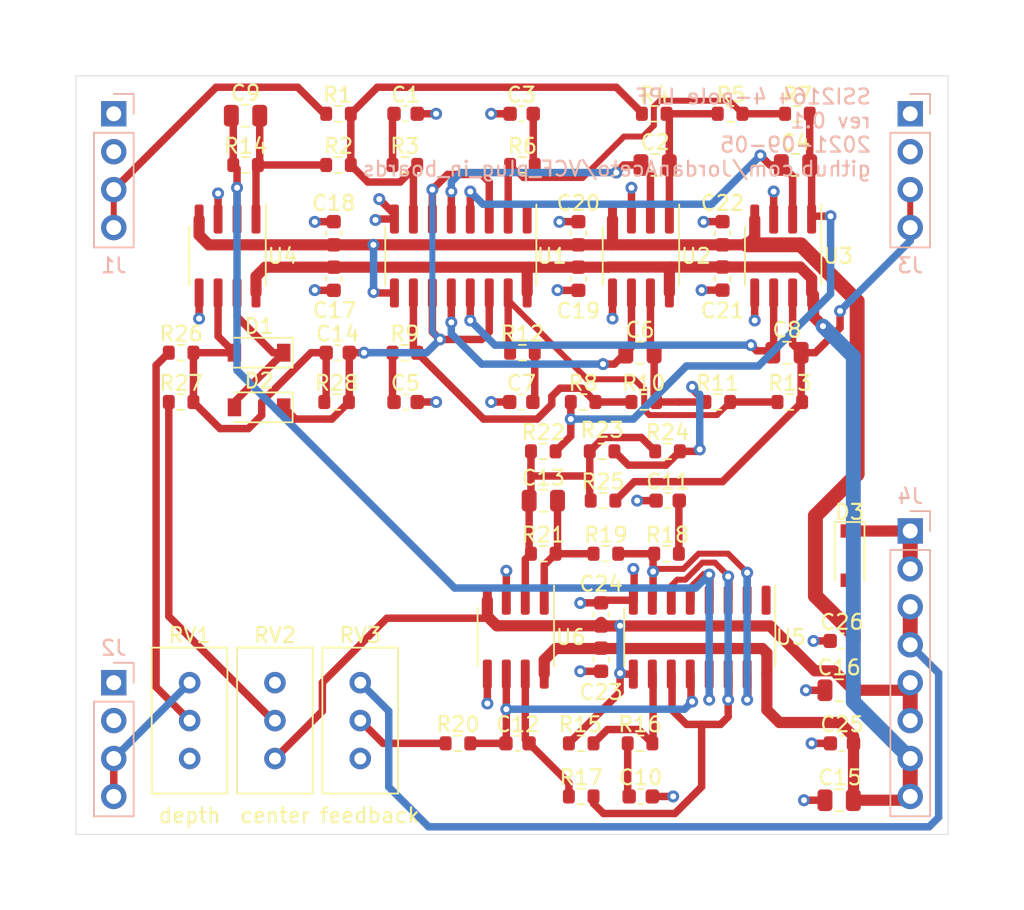
<source format=kicad_pcb>
(kicad_pcb (version 20171130) (host pcbnew 5.1.10-88a1d61d58~90~ubuntu20.04.1)
  (title_block (title "SSI2164 LPF plug-in board") (date 2021-10-09) (rev 0.1) (comment 1 creativecommons.org/licenses/by/4.0/) (comment 2 "License: CC by 4.0") (comment 3 "Author:  Jordan Aceto"))
  (layers (0 top_layer_1 signal) (1 in_layer_2 signal) (2 in_layer_3 signal) (31 bottom_layer_4 signal) (34 B.Paste user) (35 F.Paste user) (36 B.SilkS user) (37 F.SilkS user) (38 B.Mask user) (39 F.Mask user) (44 Edge.Cuts user))
  (net 0 "")
  (net 1 +12V)
  (net 2 GND)
  (net 3 -12V)
  (net 4 "Net-(C1-Pad2)")
  (net 5 "Net-(C2-Pad2)")
  (net 6 "Net-(C3-Pad2)")
  (net 7 "Net-(C4-Pad2)")
  (net 8 /feedback_VCA/2_pole_v_in)
  (net 9 "Net-(C5-Pad2)")
  (net 10 "Net-(C6-Pad2)")
  (net 11 /feedback_VCA/3_pole_v_in)
  (net 12 "Net-(C7-Pad2)")
  (net 13 "Net-(C8-Pad2)")
  (net 14 /feedback_VCA/4_pole_v_in)
  (net 15 /low_pass_core/Vfc)
  (net 16 /low_pass_core/feedback_signal_v_in)
  (net 17 "Net-(D1-Pad1)")
  (net 18 /CV_scaler/raw_Vfc_in)
  (net 19 /feedback_VCA/feedback_CV_in)
  (net 20 "Net-(R10-Pad2)")
  (net 21 "Net-(R11-Pad1)")
  (net 22 /dry_signal)
  (net 23 "Net-(R1-Pad1)")
  (net 24 "Net-(R5-Pad1)")
  (net 25 "Net-(U1-Pad1)")
  (net 26 "Net-(C2-Pad1)")
  (net 27 "Net-(C9-Pad1)")
  (net 28 "Net-(C10-Pad2)")
  (net 29 "Net-(C11-Pad2)")
  (net 30 "Net-(C12-Pad2)")
  (net 31 "Net-(C12-Pad1)")
  (net 32 "Net-(C13-Pad2)")
  (net 33 "Net-(C13-Pad1)")
  (net 34 "Net-(C14-Pad2)")
  (net 35 "Net-(R15-Pad1)")
  (net 36 "Net-(R17-Pad2)")
  (net 37 "Net-(R18-Pad2)")
  (net 38 "Net-(R20-Pad1)")
  (net 39 "Net-(R26-Pad2)")
  (net 40 "Net-(R27-Pad2)")
  (net 41 "Net-(U5-Pad1)")
  (module Package_SO:SOIC-8_3.9x4.9mm_P1.27mm (layer top_layer_1) (at 120.904 103.632 270)
    (fp_text reference U6 (at 0 -3.683 180) (layer F.SilkS))
    (fp_text value TL072)
    (pad 8 smd roundrect (at 2.475 -1.905 270) (size 1.95 0.6) (layers top_layer_1 F.Paste F.Mask) (net 1 +12V))
    (pad 7 smd roundrect (at 2.475 -0.635 270) (size 1.95 0.6) (layers top_layer_1 F.Paste F.Mask) (net 30 "Net-(C12-Pad2)"))
    (pad 6 smd roundrect (at 2.475 0.635 270) (size 1.95 0.6) (layers top_layer_1 F.Paste F.Mask) (net 31 "Net-(C12-Pad1)"))
    (pad 5 smd roundrect (at 2.475 1.905 270) (size 1.95 0.6) (layers top_layer_1 F.Paste F.Mask) (net 2 GND))
    (pad 4 smd roundrect (at -2.475 1.905 270) (size 1.95 0.6) (layers top_layer_1 F.Paste F.Mask) (net 3 -12V))
    (pad 3 smd roundrect (at -2.475 0.635 270) (size 1.95 0.6) (layers top_layer_1 F.Paste F.Mask) (net 2 GND))
    (pad 2 smd roundrect (at -2.475 -0.635 270) (size 1.95 0.6) (layers top_layer_1 F.Paste F.Mask) (net 33 "Net-(C13-Pad1)"))
    (pad 1 smd roundrect (at -2.475 -1.905 270) (size 1.95 0.6) (layers top_layer_1 F.Paste F.Mask) (net 32 "Net-(C13-Pad2)"))
  )
  (module Package_SO:SOIC-16_3.9x9.9mm_P1.27mm (layer top_layer_1) (at 133.223 103.632 270)
    (fp_text reference U5 (at 0 -6.096 180) (layer F.SilkS))
    (fp_text value SSI2164)
    (pad 16 smd roundrect (at 2.475 -4.445 270) (size 1.95 0.6) (layers top_layer_1 F.Paste F.Mask) (net 1 +12V))
    (pad 15 smd roundrect (at 2.475 -3.175 270) (size 1.95 0.6) (layers top_layer_1 F.Paste F.Mask) (net 37 "Net-(R18-Pad2)"))
    (pad 14 smd roundrect (at 2.475 -1.905 270) (size 1.95 0.6) (layers top_layer_1 F.Paste F.Mask) (net 36 "Net-(R17-Pad2)"))
    (pad 13 smd roundrect (at 2.475 -0.635 270) (size 1.95 0.6) (layers top_layer_1 F.Paste F.Mask) (net 27 "Net-(C9-Pad1)"))
    (pad 12 smd roundrect (at 2.475 0.635 270) (size 1.95 0.6) (layers top_layer_1 F.Paste F.Mask) (net 31 "Net-(C12-Pad1)"))
    (pad 11 smd roundrect (at 2.475 1.905 270) (size 1.95 0.6) (layers top_layer_1 F.Paste F.Mask) (net 36 "Net-(R17-Pad2)"))
    (pad 10 smd roundrect (at 2.475 3.175 270) (size 1.95 0.6) (layers top_layer_1 F.Paste F.Mask) (net 35 "Net-(R15-Pad1)"))
    (pad 9 smd roundrect (at 2.475 4.445 270) (size 1.95 0.6) (layers top_layer_1 F.Paste F.Mask) (net 3 -12V))
    (pad 8 smd roundrect (at -2.475 4.445 270) (size 1.95 0.6) (layers top_layer_1 F.Paste F.Mask) (net 2 GND))
    (pad 7 smd roundrect (at -2.475 3.175 270) (size 1.95 0.6) (layers top_layer_1 F.Paste F.Mask) (net 37 "Net-(R18-Pad2)"))
    (pad 6 smd roundrect (at -2.475 1.905 270) (size 1.95 0.6) (layers top_layer_1 F.Paste F.Mask) (net 36 "Net-(R17-Pad2)"))
    (pad 5 smd roundrect (at -2.475 0.635 270) (size 1.95 0.6) (layers top_layer_1 F.Paste F.Mask) (net 27 "Net-(C9-Pad1)"))
    (pad 4 smd roundrect (at -2.475 -0.635 270) (size 1.95 0.6) (layers top_layer_1 F.Paste F.Mask) (net 27 "Net-(C9-Pad1)"))
    (pad 3 smd roundrect (at -2.475 -1.905 270) (size 1.95 0.6) (layers top_layer_1 F.Paste F.Mask) (net 36 "Net-(R17-Pad2)"))
    (pad 2 smd roundrect (at -2.475 -3.175 270) (size 1.95 0.6) (layers top_layer_1 F.Paste F.Mask) (net 37 "Net-(R18-Pad2)"))
    (pad 1 smd roundrect (at -2.475 -4.445 270) (size 1.95 0.6) (layers top_layer_1 F.Paste F.Mask) (net 41 "Net-(U5-Pad1)"))
  )
  (module Package_SO:SOIC-8_3.9x4.9mm_P1.27mm (layer top_layer_1) (at 101.6 78.105 270)
    (fp_text reference U4 (at 0 -3.683 180) (layer F.SilkS))
    (fp_text value TL072)
    (pad 8 smd roundrect (at 2.475 -1.905 270) (size 1.95 0.6) (layers top_layer_1 F.Paste F.Mask) (net 1 +12V))
    (pad 7 smd roundrect (at 2.475 -0.635 270) (size 1.95 0.6) (layers top_layer_1 F.Paste F.Mask) (net 17 "Net-(D1-Pad1)"))
    (pad 6 smd roundrect (at 2.475 0.635 270) (size 1.95 0.6) (layers top_layer_1 F.Paste F.Mask) (net 34 "Net-(C14-Pad2)"))
    (pad 5 smd roundrect (at 2.475 1.905 270) (size 1.95 0.6) (layers top_layer_1 F.Paste F.Mask) (net 2 GND))
    (pad 4 smd roundrect (at -2.475 1.905 270) (size 1.95 0.6) (layers top_layer_1 F.Paste F.Mask) (net 3 -12V))
    (pad 3 smd roundrect (at -2.475 0.635 270) (size 1.95 0.6) (layers top_layer_1 F.Paste F.Mask) (net 2 GND))
    (pad 2 smd roundrect (at -2.475 -0.635 270) (size 1.95 0.6) (layers top_layer_1 F.Paste F.Mask) (net 27 "Net-(C9-Pad1)"))
    (pad 1 smd roundrect (at -2.475 -1.905 270) (size 1.95 0.6) (layers top_layer_1 F.Paste F.Mask) (net 16 /low_pass_core/feedback_signal_v_in))
  )
  (module Resistor_SMD:R_0603_1608Metric (layer top_layer_1) (at 126.683 91.186)
    (fp_text reference R23 (at 0 -1.43) (layer F.SilkS))
    (fp_text value 10k)
    (pad 2 smd roundrect (at 0.825 0) (size 0.8 0.95) (layers top_layer_1 F.Paste F.Mask) (net 11 /feedback_VCA/3_pole_v_in))
    (pad 1 smd roundrect (at -0.825 0) (size 0.8 0.95) (layers top_layer_1 F.Paste F.Mask) (net 33 "Net-(C13-Pad1)"))
  )
  (module Package_SO:SOIC-8_3.9x4.9mm_P1.27mm (layer top_layer_1) (at 138.811 78.105 270)
    (fp_text reference U3 (at 0 -3.683 180) (layer F.SilkS))
    (fp_text value TL072)
    (pad 8 smd roundrect (at 2.475 -1.905 270) (size 1.95 0.6) (layers top_layer_1 F.Paste F.Mask) (net 1 +12V))
    (pad 7 smd roundrect (at 2.475 -0.635 270) (size 1.95 0.6) (layers top_layer_1 F.Paste F.Mask) (net 14 /feedback_VCA/4_pole_v_in))
    (pad 6 smd roundrect (at 2.475 0.635 270) (size 1.95 0.6) (layers top_layer_1 F.Paste F.Mask) (net 13 "Net-(C8-Pad2)"))
    (pad 5 smd roundrect (at 2.475 1.905 270) (size 1.95 0.6) (layers top_layer_1 F.Paste F.Mask) (net 2 GND))
    (pad 4 smd roundrect (at -2.475 1.905 270) (size 1.95 0.6) (layers top_layer_1 F.Paste F.Mask) (net 3 -12V))
    (pad 3 smd roundrect (at -2.475 0.635 270) (size 1.95 0.6) (layers top_layer_1 F.Paste F.Mask) (net 2 GND))
    (pad 2 smd roundrect (at -2.475 -0.635 270) (size 1.95 0.6) (layers top_layer_1 F.Paste F.Mask) (net 7 "Net-(C4-Pad2)"))
    (pad 1 smd roundrect (at -2.475 -1.905 270) (size 1.95 0.6) (layers top_layer_1 F.Paste F.Mask) (net 8 /feedback_VCA/2_pole_v_in))
  )
  (module Package_SO:SOIC-8_3.9x4.9mm_P1.27mm (layer top_layer_1) (at 129.286 78.105 270)
    (fp_text reference U2 (at 0 -3.683 180) (layer F.SilkS))
    (fp_text value TL072)
    (pad 8 smd roundrect (at 2.475 -1.905 270) (size 1.95 0.6) (layers top_layer_1 F.Paste F.Mask) (net 1 +12V))
    (pad 7 smd roundrect (at 2.475 -0.635 270) (size 1.95 0.6) (layers top_layer_1 F.Paste F.Mask) (net 11 /feedback_VCA/3_pole_v_in))
    (pad 6 smd roundrect (at 2.475 0.635 270) (size 1.95 0.6) (layers top_layer_1 F.Paste F.Mask) (net 10 "Net-(C6-Pad2)"))
    (pad 5 smd roundrect (at 2.475 1.905 270) (size 1.95 0.6) (layers top_layer_1 F.Paste F.Mask) (net 2 GND))
    (pad 4 smd roundrect (at -2.475 1.905 270) (size 1.95 0.6) (layers top_layer_1 F.Paste F.Mask) (net 3 -12V))
    (pad 3 smd roundrect (at -2.475 0.635 270) (size 1.95 0.6) (layers top_layer_1 F.Paste F.Mask) (net 2 GND))
    (pad 2 smd roundrect (at -2.475 -0.635 270) (size 1.95 0.6) (layers top_layer_1 F.Paste F.Mask) (net 5 "Net-(C2-Pad2)"))
    (pad 1 smd roundrect (at -2.475 -1.905 270) (size 1.95 0.6) (layers top_layer_1 F.Paste F.Mask) (net 26 "Net-(C2-Pad1)"))
  )
  (module Package_SO:SOIC-16_3.9x9.9mm_P1.27mm (layer top_layer_1) (at 117.221 78.105 270)
    (fp_text reference U1 (at 0 -6.096 180) (layer F.SilkS))
    (fp_text value SSI2164)
    (pad 16 smd roundrect (at 2.475 -4.445 270) (size 1.95 0.6) (layers top_layer_1 F.Paste F.Mask) (net 1 +12V))
    (pad 15 smd roundrect (at 2.475 -3.175 270) (size 1.95 0.6) (layers top_layer_1 F.Paste F.Mask) (net 21 "Net-(R11-Pad1)"))
    (pad 14 smd roundrect (at 2.475 -1.905 270) (size 1.95 0.6) (layers top_layer_1 F.Paste F.Mask) (net 15 /low_pass_core/Vfc))
    (pad 13 smd roundrect (at 2.475 -0.635 270) (size 1.95 0.6) (layers top_layer_1 F.Paste F.Mask) (net 13 "Net-(C8-Pad2)"))
    (pad 12 smd roundrect (at 2.475 0.635 270) (size 1.95 0.6) (layers top_layer_1 F.Paste F.Mask) (net 10 "Net-(C6-Pad2)"))
    (pad 11 smd roundrect (at 2.475 1.905 270) (size 1.95 0.6) (layers top_layer_1 F.Paste F.Mask) (net 15 /low_pass_core/Vfc))
    (pad 10 smd roundrect (at 2.475 3.175 270) (size 1.95 0.6) (layers top_layer_1 F.Paste F.Mask) (net 20 "Net-(R10-Pad2)"))
    (pad 9 smd roundrect (at 2.475 4.445 270) (size 1.95 0.6) (layers top_layer_1 F.Paste F.Mask) (net 3 -12V))
    (pad 8 smd roundrect (at -2.475 4.445 270) (size 1.95 0.6) (layers top_layer_1 F.Paste F.Mask) (net 2 GND))
    (pad 7 smd roundrect (at -2.475 3.175 270) (size 1.95 0.6) (layers top_layer_1 F.Paste F.Mask) (net 23 "Net-(R1-Pad1)"))
    (pad 6 smd roundrect (at -2.475 1.905 270) (size 1.95 0.6) (layers top_layer_1 F.Paste F.Mask) (net 15 /low_pass_core/Vfc))
    (pad 5 smd roundrect (at -2.475 0.635 270) (size 1.95 0.6) (layers top_layer_1 F.Paste F.Mask) (net 5 "Net-(C2-Pad2)"))
    (pad 4 smd roundrect (at -2.475 -0.635 270) (size 1.95 0.6) (layers top_layer_1 F.Paste F.Mask) (net 7 "Net-(C4-Pad2)"))
    (pad 3 smd roundrect (at -2.475 -1.905 270) (size 1.95 0.6) (layers top_layer_1 F.Paste F.Mask) (net 15 /low_pass_core/Vfc))
    (pad 2 smd roundrect (at -2.475 -3.175 270) (size 1.95 0.6) (layers top_layer_1 F.Paste F.Mask) (net 24 "Net-(R5-Pad1)"))
    (pad 1 smd roundrect (at -2.475 -4.445 270) (size 1.95 0.6) (layers top_layer_1 F.Paste F.Mask) (net 25 "Net-(U1-Pad1)"))
  )
  (module Potentiometer_THT:Potentiometer_Bourns_3296W_Vertical (layer top_layer_1) (at 110.49 111.76 270)
    (fp_text reference RV3 (at -8.255 0) (layer F.SilkS))
    (fp_text value 50k)
    (pad 3 thru_hole circle (at -5.08 0 270) (size 1.44 1.44) (drill 0.8) (layers *.Cu *.Mask) (net 19 /feedback_VCA/feedback_CV_in))
    (pad 2 thru_hole circle (at -2.54 0 270) (size 1.44 1.44) (drill 0.8) (layers *.Cu *.Mask) (net 38 "Net-(R20-Pad1)"))
    (pad 1 thru_hole circle (at 0 0 270) (size 1.44 1.44) (drill 0.8) (layers *.Cu *.Mask) (net 2 GND))
  )
  (module Potentiometer_THT:Potentiometer_Bourns_3296W_Vertical (layer top_layer_1) (at 104.775 111.76 270)
    (fp_text reference RV2 (at -8.255 0 180) (layer F.SilkS))
    (fp_text value 50k)
    (pad 3 thru_hole circle (at -5.08 0 270) (size 1.44 1.44) (drill 0.8) (layers *.Cu *.Mask) (net 2 GND))
    (pad 2 thru_hole circle (at -2.54 0 270) (size 1.44 1.44) (drill 0.8) (layers *.Cu *.Mask) (net 40 "Net-(R27-Pad2)"))
    (pad 1 thru_hole circle (at 0 0 270) (size 1.44 1.44) (drill 0.8) (layers *.Cu *.Mask) (net 3 -12V))
  )
  (module Potentiometer_THT:Potentiometer_Bourns_3296W_Vertical (layer top_layer_1) (at 99.06 111.76 270)
    (fp_text reference RV1 (at -8.255 0 180) (layer F.SilkS))
    (fp_text value 50k)
    (pad 3 thru_hole circle (at -5.08 0 270) (size 1.44 1.44) (drill 0.8) (layers *.Cu *.Mask) (net 18 /CV_scaler/raw_Vfc_in))
    (pad 2 thru_hole circle (at -2.54 0 270) (size 1.44 1.44) (drill 0.8) (layers *.Cu *.Mask) (net 39 "Net-(R26-Pad2)"))
    (pad 1 thru_hole circle (at 0 0 270) (size 1.44 1.44) (drill 0.8) (layers *.Cu *.Mask) (net 2 GND))
  )
  (module Resistor_SMD:R_0603_1608Metric (layer top_layer_1) (at 126.746 94.488 180)
    (fp_text reference R25 (at 0 1.27) (layer F.SilkS))
    (fp_text value 10k)
    (pad 2 smd roundrect (at 0.825 0 180) (size 0.8 0.95) (layers top_layer_1 F.Paste F.Mask) (net 33 "Net-(C13-Pad1)"))
    (pad 1 smd roundrect (at -0.825 0 180) (size 0.8 0.95) (layers top_layer_1 F.Paste F.Mask) (net 14 /feedback_VCA/4_pole_v_in))
  )
  (module Resistor_SMD:R_0603_1608Metric (layer top_layer_1) (at 131.064 91.186)
    (fp_text reference R24 (at 0 -1.27) (layer F.SilkS))
    (fp_text value 10k)
    (pad 2 smd roundrect (at 0.825 0) (size 0.8 0.95) (layers top_layer_1 F.Paste F.Mask) (net 11 /feedback_VCA/3_pole_v_in))
    (pad 1 smd roundrect (at -0.825 0) (size 0.8 0.95) (layers top_layer_1 F.Paste F.Mask) (net 33 "Net-(C13-Pad1)"))
  )
  (module Resistor_SMD:R_0603_1608Metric (layer top_layer_1) (at 122.745 91.186)
    (fp_text reference R22 (at 0 -1.27) (layer F.SilkS))
    (fp_text value 10k)
    (pad 2 smd roundrect (at 0.825 0) (size 0.8 0.95) (layers top_layer_1 F.Paste F.Mask) (net 8 /feedback_VCA/2_pole_v_in))
    (pad 1 smd roundrect (at -0.825 0) (size 0.8 0.95) (layers top_layer_1 F.Paste F.Mask) (net 33 "Net-(C13-Pad1)"))
  )
  (module Resistor_SMD:R_0603_1608Metric (layer top_layer_1) (at 122.745 98.044 180)
    (fp_text reference R21 (at 0 1.27) (layer F.SilkS))
    (fp_text value 10k)
    (pad 2 smd roundrect (at 0.825 0 180) (size 0.8 0.95) (layers top_layer_1 F.Paste F.Mask) (net 33 "Net-(C13-Pad1)"))
    (pad 1 smd roundrect (at -0.825 0 180) (size 0.8 0.95) (layers top_layer_1 F.Paste F.Mask) (net 32 "Net-(C13-Pad2)"))
  )
  (module Resistor_SMD:R_0603_1608Metric (layer top_layer_1) (at 117.031 110.744)
    (fp_text reference R20 (at 0 -1.27) (layer F.SilkS))
    (fp_text value 51k)
    (pad 2 smd roundrect (at 0.825 0) (size 0.8 0.95) (layers top_layer_1 F.Paste F.Mask) (net 31 "Net-(C12-Pad1)"))
    (pad 1 smd roundrect (at -0.825 0) (size 0.8 0.95) (layers top_layer_1 F.Paste F.Mask) (net 38 "Net-(R20-Pad1)"))
  )
  (module Resistor_SMD:R_0603_1608Metric (layer top_layer_1) (at 126.937 98.044)
    (fp_text reference R19 (at 0 -1.27) (layer F.SilkS))
    (fp_text value 10k)
    (pad 2 smd roundrect (at 0.825 0) (size 0.8 0.95) (layers top_layer_1 F.Paste F.Mask) (net 37 "Net-(R18-Pad2)"))
    (pad 1 smd roundrect (at -0.825 0) (size 0.8 0.95) (layers top_layer_1 F.Paste F.Mask) (net 32 "Net-(C13-Pad2)"))
  )
  (module Resistor_SMD:R_0603_1608Metric (layer top_layer_1) (at 131.001 98.044 180)
    (fp_text reference R18 (at -0.063 1.27) (layer F.SilkS))
    (fp_text value 82R)
    (pad 2 smd roundrect (at 0.825 0 180) (size 0.8 0.95) (layers top_layer_1 F.Paste F.Mask) (net 37 "Net-(R18-Pad2)"))
    (pad 1 smd roundrect (at -0.825 0 180) (size 0.8 0.95) (layers top_layer_1 F.Paste F.Mask) (net 29 "Net-(C11-Pad2)"))
  )
  (module Resistor_SMD:R_0603_1608Metric (layer top_layer_1) (at 125.285 114.3)
    (fp_text reference R17 (at 0 -1.27) (layer F.SilkS))
    (fp_text value 4k7)
    (pad 2 smd roundrect (at 0.825 0) (size 0.8 0.95) (layers top_layer_1 F.Paste F.Mask) (net 36 "Net-(R17-Pad2)"))
    (pad 1 smd roundrect (at -0.825 0) (size 0.8 0.95) (layers top_layer_1 F.Paste F.Mask) (net 30 "Net-(C12-Pad2)"))
  )
  (module Resistor_SMD:R_0603_1608Metric (layer top_layer_1) (at 129.223 110.744)
    (fp_text reference R16 (at 0 -1.27) (layer F.SilkS))
    (fp_text value 220)
    (pad 2 smd roundrect (at 0.825 0) (size 0.8 0.95) (layers top_layer_1 F.Paste F.Mask) (net 35 "Net-(R15-Pad1)"))
    (pad 1 smd roundrect (at -0.825 0) (size 0.8 0.95) (layers top_layer_1 F.Paste F.Mask) (net 28 "Net-(C10-Pad2)"))
  )
  (module Resistor_SMD:R_0603_1608Metric (layer top_layer_1) (at 125.285 110.744 180)
    (fp_text reference R15 (at 0.064 1.27) (layer F.SilkS))
    (fp_text value 270k)
    (pad 2 smd roundrect (at 0.825 0 180) (size 0.8 0.95) (layers top_layer_1 F.Paste F.Mask) (net 3 -12V))
    (pad 1 smd roundrect (at -0.825 0 180) (size 0.8 0.95) (layers top_layer_1 F.Paste F.Mask) (net 35 "Net-(R15-Pad1)"))
  )
  (module Resistor_SMD:R_0603_1608Metric (layer top_layer_1) (at 102.807 72.009 180)
    (fp_text reference R14 (at 0 1.27) (layer F.SilkS))
    (fp_text value 10k)
    (pad 2 smd roundrect (at 0.825 0 180) (size 0.8 0.95) (layers top_layer_1 F.Paste F.Mask) (net 27 "Net-(C9-Pad1)"))
    (pad 1 smd roundrect (at -0.825 0 180) (size 0.8 0.95) (layers top_layer_1 F.Paste F.Mask) (net 16 /low_pass_core/feedback_signal_v_in))
  )
  (module Resistor_SMD:R_0603_1608Metric (layer top_layer_1) (at 108.903 87.884 180)
    (fp_text reference R28 (at 0 1.27) (layer F.SilkS))
    (fp_text value 150k)
    (pad 2 smd roundrect (at 0.825 0 180) (size 0.8 0.95) (layers top_layer_1 F.Paste F.Mask) (net 34 "Net-(C14-Pad2)"))
    (pad 1 smd roundrect (at -0.825 0 180) (size 0.8 0.95) (layers top_layer_1 F.Paste F.Mask) (net 15 /low_pass_core/Vfc))
  )
  (module Resistor_SMD:R_0603_1608Metric (layer top_layer_1) (at 98.489 87.884 180)
    (fp_text reference R27 (at 0 1.27) (layer F.SilkS))
    (fp_text value 680k)
    (pad 2 smd roundrect (at 0.825 0 180) (size 0.8 0.95) (layers top_layer_1 F.Paste F.Mask) (net 40 "Net-(R27-Pad2)"))
    (pad 1 smd roundrect (at -0.825 0 180) (size 0.8 0.95) (layers top_layer_1 F.Paste F.Mask) (net 34 "Net-(C14-Pad2)"))
  )
  (module Resistor_SMD:R_0603_1608Metric (layer top_layer_1) (at 98.489 84.582 180)
    (fp_text reference R26 (at 0 1.27) (layer F.SilkS))
    (fp_text value 100k)
    (pad 2 smd roundrect (at 0.825 0 180) (size 0.8 0.95) (layers top_layer_1 F.Paste F.Mask) (net 39 "Net-(R26-Pad2)"))
    (pad 1 smd roundrect (at -0.825 0 180) (size 0.8 0.95) (layers top_layer_1 F.Paste F.Mask) (net 34 "Net-(C14-Pad2)"))
  )
  (module Resistor_SMD:R_0603_1608Metric (layer top_layer_1) (at 139.255 87.884 180)
    (fp_text reference R13 (at 0 1.27) (layer F.SilkS))
    (fp_text value 15k)
    (pad 2 smd roundrect (at 0.825 0 180) (size 0.8 0.95) (layers top_layer_1 F.Paste F.Mask) (net 21 "Net-(R11-Pad1)"))
    (pad 1 smd roundrect (at -0.825 0 180) (size 0.8 0.95) (layers top_layer_1 F.Paste F.Mask) (net 14 /feedback_VCA/4_pole_v_in))
  )
  (module Resistor_SMD:R_0603_1608Metric (layer top_layer_1) (at 121.348 84.582 180)
    (fp_text reference R12 (at 0 1.27) (layer F.SilkS))
    (fp_text value 180)
    (pad 2 smd roundrect (at 0.825 0 180) (size 0.8 0.95) (layers top_layer_1 F.Paste F.Mask) (net 21 "Net-(R11-Pad1)"))
    (pad 1 smd roundrect (at -0.825 0 180) (size 0.8 0.95) (layers top_layer_1 F.Paste F.Mask) (net 12 "Net-(C7-Pad2)"))
  )
  (module Resistor_SMD:R_0603_1608Metric (layer top_layer_1) (at 134.43 87.884 180)
    (fp_text reference R11 (at 0 1.27) (layer F.SilkS))
    (fp_text value 15k)
    (pad 2 smd roundrect (at 0.825 0 180) (size 0.8 0.95) (layers top_layer_1 F.Paste F.Mask) (net 11 /feedback_VCA/3_pole_v_in))
    (pad 1 smd roundrect (at -0.825 0 180) (size 0.8 0.95) (layers top_layer_1 F.Paste F.Mask) (net 21 "Net-(R11-Pad1)"))
  )
  (module Resistor_SMD:R_0603_1608Metric (layer top_layer_1) (at 129.477 87.884 180)
    (fp_text reference R10 (at 0 1.27) (layer F.SilkS))
    (fp_text value 15k)
    (pad 2 smd roundrect (at 0.825 0 180) (size 0.8 0.95) (layers top_layer_1 F.Paste F.Mask) (net 20 "Net-(R10-Pad2)"))
    (pad 1 smd roundrect (at -0.825 0 180) (size 0.8 0.95) (layers top_layer_1 F.Paste F.Mask) (net 11 /feedback_VCA/3_pole_v_in))
  )
  (module Resistor_SMD:R_0603_1608Metric (layer top_layer_1) (at 113.475 84.582)
    (fp_text reference R9 (at 0 -1.27) (layer F.SilkS))
    (fp_text value 180)
    (pad 2 smd roundrect (at 0.825 0) (size 0.8 0.95) (layers top_layer_1 F.Paste F.Mask) (net 20 "Net-(R10-Pad2)"))
    (pad 1 smd roundrect (at -0.825 0) (size 0.8 0.95) (layers top_layer_1 F.Paste F.Mask) (net 9 "Net-(C5-Pad2)"))
  )
  (module Resistor_SMD:R_0603_1608Metric (layer top_layer_1) (at 125.413 87.884 180)
    (fp_text reference R8 (at 0 1.27) (layer F.SilkS))
    (fp_text value 15k)
    (pad 2 smd roundrect (at 0.825 0 180) (size 0.8 0.95) (layers top_layer_1 F.Paste F.Mask) (net 8 /feedback_VCA/2_pole_v_in))
    (pad 1 smd roundrect (at -0.825 0 180) (size 0.8 0.95) (layers top_layer_1 F.Paste F.Mask) (net 20 "Net-(R10-Pad2)"))
  )
  (module Resistor_SMD:R_0603_1608Metric (layer top_layer_1) (at 139.764 68.58 180)
    (fp_text reference R7 (at 0 1.27) (layer F.SilkS))
    (fp_text value 15k)
    (pad 2 smd roundrect (at 0.825 0 180) (size 0.8 0.95) (layers top_layer_1 F.Paste F.Mask) (net 24 "Net-(R5-Pad1)"))
    (pad 1 smd roundrect (at -0.825 0 180) (size 0.8 0.95) (layers top_layer_1 F.Paste F.Mask) (net 8 /feedback_VCA/2_pole_v_in))
  )
  (module Resistor_SMD:R_0603_1608Metric (layer top_layer_1) (at 121.348 72.009 180)
    (fp_text reference R6 (at 0 1.27) (layer F.SilkS))
    (fp_text value 180)
    (pad 2 smd roundrect (at 0.825 0 180) (size 0.8 0.95) (layers top_layer_1 F.Paste F.Mask) (net 24 "Net-(R5-Pad1)"))
    (pad 1 smd roundrect (at -0.825 0 180) (size 0.8 0.95) (layers top_layer_1 F.Paste F.Mask) (net 6 "Net-(C3-Pad2)"))
  )
  (module Resistor_SMD:R_0603_1608Metric (layer top_layer_1) (at 135.255 68.58 180)
    (fp_text reference R5 (at -0.063 1.27) (layer F.SilkS))
    (fp_text value 15k)
    (pad 2 smd roundrect (at 0.825 0 180) (size 0.8 0.95) (layers top_layer_1 F.Paste F.Mask) (net 26 "Net-(C2-Pad1)"))
    (pad 1 smd roundrect (at -0.825 0 180) (size 0.8 0.95) (layers top_layer_1 F.Paste F.Mask) (net 24 "Net-(R5-Pad1)"))
  )
  (module Resistor_SMD:R_0603_1608Metric (layer top_layer_1) (at 130.175 68.58 180)
    (fp_text reference R4 (at 0 1.27) (layer F.SilkS))
    (fp_text value 15k)
    (pad 2 smd roundrect (at 0.825 0 180) (size 0.8 0.95) (layers top_layer_1 F.Paste F.Mask) (net 23 "Net-(R1-Pad1)"))
    (pad 1 smd roundrect (at -0.825 0 180) (size 0.8 0.95) (layers top_layer_1 F.Paste F.Mask) (net 26 "Net-(C2-Pad1)"))
  )
  (module Resistor_SMD:R_0603_1608Metric (layer top_layer_1) (at 113.475 72.009)
    (fp_text reference R3 (at 0 -1.27) (layer F.SilkS))
    (fp_text value 47R)
    (pad 2 smd roundrect (at 0.825 0) (size 0.8 0.95) (layers top_layer_1 F.Paste F.Mask) (net 23 "Net-(R1-Pad1)"))
    (pad 1 smd roundrect (at -0.825 0) (size 0.8 0.95) (layers top_layer_1 F.Paste F.Mask) (net 4 "Net-(C1-Pad2)"))
  )
  (module Resistor_SMD:R_0603_1608Metric (layer top_layer_1) (at 109.03 72.009 180)
    (fp_text reference R2 (at 0 1.27) (layer F.SilkS))
    (fp_text value 3k3)
    (pad 2 smd roundrect (at 0.825 0 180) (size 0.8 0.95) (layers top_layer_1 F.Paste F.Mask) (net 16 /low_pass_core/feedback_signal_v_in))
    (pad 1 smd roundrect (at -0.825 0 180) (size 0.8 0.95) (layers top_layer_1 F.Paste F.Mask) (net 23 "Net-(R1-Pad1)"))
  )
  (module Resistor_SMD:R_0603_1608Metric (layer top_layer_1) (at 109.03 68.58 180)
    (fp_text reference R1 (at 0.064 1.27) (layer F.SilkS))
    (fp_text value 15k)
    (pad 2 smd roundrect (at 0.825 0 180) (size 0.8 0.95) (layers top_layer_1 F.Paste F.Mask) (net 22 /dry_signal))
    (pad 1 smd roundrect (at -0.825 0 180) (size 0.8 0.95) (layers top_layer_1 F.Paste F.Mask) (net 23 "Net-(R1-Pad1)"))
  )
  (module Diode_SMD:D_SOD-123 (layer top_layer_1) (at 143.256 98.172 270)
    (fp_text reference D3 (at -2.922 0 180) (layer F.SilkS))
    (fp_text value BAT48)
    (pad 2 smd rect (at 1.65 0 270) (size 0.9 1.2) (layers top_layer_1 F.Paste F.Mask) (net 3 -12V))
    (pad 1 smd rect (at -1.65 0 270) (size 0.9 1.2) (layers top_layer_1 F.Paste F.Mask) (net 2 GND))
  )
  (module Diode_SMD:D_SOD-123 (layer top_layer_1) (at 103.7092 88.2396 180)
    (fp_text reference D2 (at -0.001 1.778) (layer F.SilkS))
    (fp_text value 1N4148W)
    (pad 2 smd rect (at 1.65 0 180) (size 0.9 1.2) (layers top_layer_1 F.Paste F.Mask) (net 17 "Net-(D1-Pad1)"))
    (pad 1 smd rect (at -1.65 0 180) (size 0.9 1.2) (layers top_layer_1 F.Paste F.Mask) (net 15 /low_pass_core/Vfc))
  )
  (module Diode_SMD:D_SOD-123 (layer top_layer_1) (at 103.7092 84.582 180)
    (fp_text reference D1 (at -0.001 1.778) (layer F.SilkS))
    (fp_text value 1N4148W)
    (pad 2 smd rect (at 1.65 0 180) (size 0.9 1.2) (layers top_layer_1 F.Paste F.Mask) (net 34 "Net-(C14-Pad2)"))
    (pad 1 smd rect (at -1.65 0 180) (size 0.9 1.2) (layers top_layer_1 F.Paste F.Mask) (net 17 "Net-(D1-Pad1)"))
  )
  (module Capacitor_SMD:C_0805_2012Metric (layer top_layer_1) (at 122.748 94.488)
    (fp_text reference C13 (at 0 -1.524) (layer F.SilkS))
    (fp_text value opt)
    (pad 2 smd roundrect (at 0.95 0) (size 1 1.45) (layers top_layer_1 F.Paste F.Mask) (net 32 "Net-(C13-Pad2)"))
    (pad 1 smd roundrect (at -0.95 0) (size 1 1.45) (layers top_layer_1 F.Paste F.Mask) (net 33 "Net-(C13-Pad1)"))
  )
  (module Capacitor_SMD:C_0603_1608Metric (layer top_layer_1) (at 121.018 110.744)
    (fp_text reference C12 (at 0.013 -1.27) (layer F.SilkS))
    (fp_text value 1n2)
    (pad 2 smd roundrect (at 0.775 0) (size 0.9 0.95) (layers top_layer_1 F.Paste F.Mask) (net 30 "Net-(C12-Pad2)"))
    (pad 1 smd roundrect (at -0.775 0) (size 0.9 0.95) (layers top_layer_1 F.Paste F.Mask) (net 31 "Net-(C12-Pad1)"))
  )
  (module Capacitor_SMD:C_0603_1608Metric (layer top_layer_1) (at 131.077 94.488)
    (fp_text reference C11 (at 0.013 -1.27) (layer F.SilkS))
    (fp_text value 3n3)
    (pad 2 smd roundrect (at 0.775 0) (size 0.9 0.95) (layers top_layer_1 F.Paste F.Mask) (net 29 "Net-(C11-Pad2)"))
    (pad 1 smd roundrect (at -0.775 0) (size 0.9 0.95) (layers top_layer_1 F.Paste F.Mask) (net 2 GND))
  )
  (module Capacitor_SMD:C_0603_1608Metric (layer top_layer_1) (at 129.273 114.3 180)
    (fp_text reference C10 (at 0 1.27) (layer F.SilkS))
    (fp_text value 1n2)
    (pad 2 smd roundrect (at 0.775 0 180) (size 0.9 0.95) (layers top_layer_1 F.Paste F.Mask) (net 28 "Net-(C10-Pad2)"))
    (pad 1 smd roundrect (at -0.775 0 180) (size 0.9 0.95) (layers top_layer_1 F.Paste F.Mask) (net 2 GND))
  )
  (module Capacitor_SMD:C_0805_2012Metric (layer top_layer_1) (at 102.804 68.707)
    (fp_text reference C9 (at 0 -1.524) (layer F.SilkS))
    (fp_text value opt)
    (pad 2 smd roundrect (at 0.95 0) (size 1 1.45) (layers top_layer_1 F.Paste F.Mask) (net 16 /low_pass_core/feedback_signal_v_in))
    (pad 1 smd roundrect (at -0.95 0) (size 1 1.45) (layers top_layer_1 F.Paste F.Mask) (net 27 "Net-(C9-Pad1)"))
  )
  (module Capacitor_SMD:C_0603_1608Metric (layer top_layer_1) (at 142.735 103.886)
    (fp_text reference C26 (at 0.013 -1.27) (layer F.SilkS))
    (fp_text value 100nF)
    (pad 2 smd roundrect (at 0.775 0) (size 0.9 0.95) (layers top_layer_1 F.Paste F.Mask) (net 3 -12V))
    (pad 1 smd roundrect (at -0.775 0) (size 0.9 0.95) (layers top_layer_1 F.Paste F.Mask) (net 2 GND))
  )
  (module Capacitor_SMD:C_0603_1608Metric (layer top_layer_1) (at 142.748 110.744 180)
    (fp_text reference C25 (at 0 1.27) (layer F.SilkS))
    (fp_text value 100nF)
    (pad 2 smd roundrect (at 0.775 0 180) (size 0.9 0.95) (layers top_layer_1 F.Paste F.Mask) (net 2 GND))
    (pad 1 smd roundrect (at -0.775 0 180) (size 0.9 0.95) (layers top_layer_1 F.Paste F.Mask) (net 1 +12V))
  )
  (module Capacitor_SMD:C_0603_1608Metric (layer top_layer_1) (at 126.619 102.108 270)
    (fp_text reference C24 (at -2.045 0 180) (layer F.SilkS))
    (fp_text value 100nF)
    (pad 2 smd roundrect (at 0.775 0 270) (size 0.9 0.95) (layers top_layer_1 F.Paste F.Mask) (net 3 -12V))
    (pad 1 smd roundrect (at -0.775 0 270) (size 0.9 0.95) (layers top_layer_1 F.Paste F.Mask) (net 2 GND))
  )
  (module Capacitor_SMD:C_0603_1608Metric (layer top_layer_1) (at 126.619 105.143 270)
    (fp_text reference C23 (at 2.172 0) (layer F.SilkS))
    (fp_text value 100nF)
    (pad 2 smd roundrect (at 0.775 0 270) (size 0.9 0.95) (layers top_layer_1 F.Paste F.Mask) (net 2 GND))
    (pad 1 smd roundrect (at -0.775 0 270) (size 0.9 0.95) (layers top_layer_1 F.Paste F.Mask) (net 1 +12V))
  )
  (module Capacitor_SMD:C_0603_1608Metric (layer top_layer_1) (at 134.747 76.581 270)
    (fp_text reference C22 (at -2.019 0 180) (layer F.SilkS))
    (fp_text value 100nF)
    (pad 2 smd roundrect (at 0.775 0 270) (size 0.9 0.95) (layers top_layer_1 F.Paste F.Mask) (net 3 -12V))
    (pad 1 smd roundrect (at -0.775 0 270) (size 0.9 0.95) (layers top_layer_1 F.Paste F.Mask) (net 2 GND))
  )
  (module Capacitor_SMD:C_0603_1608Metric (layer top_layer_1) (at 134.747 79.616 270)
    (fp_text reference C21 (at 2.146 0 180) (layer F.SilkS))
    (fp_text value 100nF)
    (pad 2 smd roundrect (at 0.775 0 270) (size 0.9 0.95) (layers top_layer_1 F.Paste F.Mask) (net 2 GND))
    (pad 1 smd roundrect (at -0.775 0 270) (size 0.9 0.95) (layers top_layer_1 F.Paste F.Mask) (net 1 +12V))
  )
  (module Capacitor_SMD:C_0603_1608Metric (layer top_layer_1) (at 125.095 76.581 270)
    (fp_text reference C20 (at -2.019 0 180) (layer F.SilkS))
    (fp_text value 100nF)
    (pad 2 smd roundrect (at 0.775 0 270) (size 0.9 0.95) (layers top_layer_1 F.Paste F.Mask) (net 3 -12V))
    (pad 1 smd roundrect (at -0.775 0 270) (size 0.9 0.95) (layers top_layer_1 F.Paste F.Mask) (net 2 GND))
  )
  (module Capacitor_SMD:C_0603_1608Metric (layer top_layer_1) (at 125.095 79.629 270)
    (fp_text reference C19 (at 2.146 0 180) (layer F.SilkS))
    (fp_text value 100nF)
    (pad 2 smd roundrect (at 0.775 0 270) (size 0.9 0.95) (layers top_layer_1 F.Paste F.Mask) (net 2 GND))
    (pad 1 smd roundrect (at -0.775 0 270) (size 0.9 0.95) (layers top_layer_1 F.Paste F.Mask) (net 1 +12V))
  )
  (module Capacitor_SMD:C_0603_1608Metric (layer top_layer_1) (at 108.712 76.581 270)
    (fp_text reference C18 (at -2.019 0 180) (layer F.SilkS))
    (fp_text value 100nF)
    (pad 2 smd roundrect (at 0.775 0 270) (size 0.9 0.95) (layers top_layer_1 F.Paste F.Mask) (net 3 -12V))
    (pad 1 smd roundrect (at -0.775 0 270) (size 0.9 0.95) (layers top_layer_1 F.Paste F.Mask) (net 2 GND))
  )
  (module Capacitor_SMD:C_0603_1608Metric (layer top_layer_1) (at 108.712 79.629 270)
    (fp_text reference C17 (at 2.1206 -0.0508 180) (layer F.SilkS))
    (fp_text value 100nF)
    (pad 2 smd roundrect (at 0.775 0 270) (size 0.9 0.95) (layers top_layer_1 F.Paste F.Mask) (net 2 GND))
    (pad 1 smd roundrect (at -0.775 0 270) (size 0.9 0.95) (layers top_layer_1 F.Paste F.Mask) (net 1 +12V))
  )
  (module Capacitor_SMD:C_0805_2012Metric (layer top_layer_1) (at 142.56 107.188)
    (fp_text reference C16 (at 0 -1.524) (layer F.SilkS))
    (fp_text value 10uF)
    (pad 2 smd roundrect (at 0.95 0) (size 1 1.45) (layers top_layer_1 F.Paste F.Mask) (net 3 -12V))
    (pad 1 smd roundrect (at -0.95 0) (size 1 1.45) (layers top_layer_1 F.Paste F.Mask) (net 2 GND))
  )
  (module Capacitor_SMD:C_0805_2012Metric (layer top_layer_1) (at 142.56 114.554 180)
    (fp_text reference C15 (at -0.061 1.524) (layer F.SilkS))
    (fp_text value 10uF)
    (pad 2 smd roundrect (at 0.95 0 180) (size 1 1.45) (layers top_layer_1 F.Paste F.Mask) (net 2 GND))
    (pad 1 smd roundrect (at -0.95 0 180) (size 1 1.45) (layers top_layer_1 F.Paste F.Mask) (net 1 +12V))
  )
  (module Capacitor_SMD:C_0603_1608Metric (layer top_layer_1) (at 108.979 84.582 180)
    (fp_text reference C14 (at 0.013 1.27) (layer F.SilkS))
    (fp_text value 100pF)
    (pad 2 smd roundrect (at 0.775 0 180) (size 0.9 0.95) (layers top_layer_1 F.Paste F.Mask) (net 34 "Net-(C14-Pad2)"))
    (pad 1 smd roundrect (at -0.775 0 180) (size 0.9 0.95) (layers top_layer_1 F.Paste F.Mask) (net 15 /low_pass_core/Vfc))
  )
  (module Capacitor_SMD:C_0805_2012Metric (layer top_layer_1) (at 139.065 84.582 180)
    (fp_text reference C8 (at 0 1.524) (layer F.SilkS))
    (fp_text value 220pF)
    (pad 2 smd roundrect (at 0.95 0 180) (size 1 1.45) (layers top_layer_1 F.Paste F.Mask) (net 13 "Net-(C8-Pad2)"))
    (pad 1 smd roundrect (at -0.95 0 180) (size 1 1.45) (layers top_layer_1 F.Paste F.Mask) (net 14 /feedback_VCA/4_pole_v_in))
  )
  (module Capacitor_SMD:C_0603_1608Metric (layer top_layer_1) (at 121.272 87.884)
    (fp_text reference C7 (at 0.013 -1.27) (layer F.SilkS))
    (fp_text value 1n5)
    (pad 2 smd roundrect (at 0.775 0) (size 0.9 0.95) (layers top_layer_1 F.Paste F.Mask) (net 12 "Net-(C7-Pad2)"))
    (pad 1 smd roundrect (at -0.775 0) (size 0.9 0.95) (layers top_layer_1 F.Paste F.Mask) (net 2 GND))
  )
  (module Capacitor_SMD:C_0805_2012Metric (layer top_layer_1) (at 129.22 84.582 180)
    (fp_text reference C6 (at 0 1.524) (layer F.SilkS))
    (fp_text value 220pF)
    (pad 2 smd roundrect (at 0.95 0 180) (size 1 1.45) (layers top_layer_1 F.Paste F.Mask) (net 10 "Net-(C6-Pad2)"))
    (pad 1 smd roundrect (at -0.95 0 180) (size 1 1.45) (layers top_layer_1 F.Paste F.Mask) (net 11 /feedback_VCA/3_pole_v_in))
  )
  (module Capacitor_SMD:C_0603_1608Metric (layer top_layer_1) (at 113.525 87.884 180)
    (fp_text reference C5 (at 0.013 1.27) (layer F.SilkS))
    (fp_text value 1n5)
    (pad 2 smd roundrect (at 0.775 0 180) (size 0.9 0.95) (layers top_layer_1 F.Paste F.Mask) (net 9 "Net-(C5-Pad2)"))
    (pad 1 smd roundrect (at -0.775 0 180) (size 0.9 0.95) (layers top_layer_1 F.Paste F.Mask) (net 2 GND))
  )
  (module Capacitor_SMD:C_0805_2012Metric (layer top_layer_1) (at 139.639 72.009 180)
    (fp_text reference C4 (at 0 1.524) (layer F.SilkS))
    (fp_text value 220pF)
    (pad 2 smd roundrect (at 0.95 0 180) (size 1 1.45) (layers top_layer_1 F.Paste F.Mask) (net 7 "Net-(C4-Pad2)"))
    (pad 1 smd roundrect (at -0.95 0 180) (size 1 1.45) (layers top_layer_1 F.Paste F.Mask) (net 8 /feedback_VCA/2_pole_v_in))
  )
  (module Capacitor_SMD:C_0603_1608Metric (layer top_layer_1) (at 121.298 68.58)
    (fp_text reference C3 (at -0.013 -1.27) (layer F.SilkS))
    (fp_text value 1n5)
    (pad 2 smd roundrect (at 0.775 0) (size 0.9 0.95) (layers top_layer_1 F.Paste F.Mask) (net 6 "Net-(C3-Pad2)"))
    (pad 1 smd roundrect (at -0.775 0) (size 0.9 0.95) (layers top_layer_1 F.Paste F.Mask) (net 2 GND))
  )
  (module Capacitor_SMD:C_0805_2012Metric (layer top_layer_1) (at 130.236 72.009 180)
    (fp_text reference C2 (at 0 1.524) (layer F.SilkS))
    (fp_text value 220pF)
    (pad 2 smd roundrect (at 0.95 0 180) (size 1 1.45) (layers top_layer_1 F.Paste F.Mask) (net 5 "Net-(C2-Pad2)"))
    (pad 1 smd roundrect (at -0.95 0 180) (size 1 1.45) (layers top_layer_1 F.Paste F.Mask) (net 26 "Net-(C2-Pad1)"))
  )
  (module Capacitor_SMD:C_0603_1608Metric (layer top_layer_1) (at 113.525 68.58 180)
    (fp_text reference C1 (at -0.013 1.27) (layer F.SilkS))
    (fp_text value 4n7)
    (pad 2 smd roundrect (at 0.775 0 180) (size 0.9 0.95) (layers top_layer_1 F.Paste F.Mask) (net 4 "Net-(C1-Pad2)"))
    (pad 1 smd roundrect (at -0.775 0 180) (size 0.9 0.95) (layers top_layer_1 F.Paste F.Mask) (net 2 GND))
  )
  (module Connector_PinHeader_2.54mm:PinHeader_1x08_P2.54mm_Vertical (layer bottom_layer_4) (at 147.32 96.52 180)
    (fp_text reference J4 (at 0 2.33) (layer B.SilkS) (effects (justify mirror)))
    (fp_text value feedback_CV_and_power)
    (pad 8 thru_hole oval (at 0 -17.78 180) (size 1.7 1.7) (drill 1) (layers *.Cu *.Mask) (net 1 +12V))
    (pad 7 thru_hole oval (at 0 -15.24 180) (size 1.7 1.7) (drill 1) (layers *.Cu *.Mask) (net 1 +12V))
    (pad 6 thru_hole oval (at 0 -12.7 180) (size 1.7 1.7) (drill 1) (layers *.Cu *.Mask) (net 3 -12V))
    (pad 5 thru_hole oval (at 0 -10.16 180) (size 1.7 1.7) (drill 1) (layers *.Cu *.Mask) (net 3 -12V))
    (pad 4 thru_hole oval (at 0 -7.62 180) (size 1.7 1.7) (drill 1) (layers *.Cu *.Mask) (net 19 /feedback_VCA/feedback_CV_in))
    (pad 3 thru_hole oval (at 0 -5.08 180) (size 1.7 1.7) (drill 1) (layers *.Cu *.Mask) (net 19 /feedback_VCA/feedback_CV_in))
    (pad 2 thru_hole oval (at 0 -2.54 180) (size 1.7 1.7) (drill 1) (layers *.Cu *.Mask) (net 2 GND))
    (pad 1 thru_hole rect (at 0 0 180) (size 1.7 1.7) (drill 1) (layers *.Cu *.Mask) (net 2 GND))
  )
  (module Connector_PinHeader_2.54mm:PinHeader_1x04_P2.54mm_Vertical (layer bottom_layer_4) (at 147.32 68.58 180)
    (fp_text reference J3 (at 0 -10.16) (layer B.SilkS) (effects (justify mirror)))
    (fp_text value signal_out)
    (pad 4 thru_hole oval (at 0 -7.62 180) (size 1.7 1.7) (drill 1) (layers *.Cu *.Mask) (net 14 /feedback_VCA/4_pole_v_in))
    (pad 3 thru_hole oval (at 0 -5.08 180) (size 1.7 1.7) (drill 1) (layers *.Cu *.Mask) (net 14 /feedback_VCA/4_pole_v_in))
    (pad 2 thru_hole oval (at 0 -2.54 180) (size 1.7 1.7) (drill 1) (layers *.Cu *.Mask) (net 2 GND))
    (pad 1 thru_hole rect (at 0 0 180) (size 1.7 1.7) (drill 1) (layers *.Cu *.Mask) (net 2 GND))
  )
  (module Connector_PinHeader_2.54mm:PinHeader_1x04_P2.54mm_Vertical (layer bottom_layer_4) (at 93.98 106.68 180)
    (fp_text reference J2 (at 0 2.33) (layer B.SilkS) (effects (justify mirror)))
    (fp_text value CV_in)
    (pad 4 thru_hole oval (at 0 -7.62 180) (size 1.7 1.7) (drill 1) (layers *.Cu *.Mask) (net 18 /CV_scaler/raw_Vfc_in))
    (pad 3 thru_hole oval (at 0 -5.08 180) (size 1.7 1.7) (drill 1) (layers *.Cu *.Mask) (net 18 /CV_scaler/raw_Vfc_in))
    (pad 2 thru_hole oval (at 0 -2.54 180) (size 1.7 1.7) (drill 1) (layers *.Cu *.Mask) (net 2 GND))
    (pad 1 thru_hole rect (at 0 0 180) (size 1.7 1.7) (drill 1) (layers *.Cu *.Mask) (net 2 GND))
  )
  (module Connector_PinHeader_2.54mm:PinHeader_1x04_P2.54mm_Vertical (layer bottom_layer_4) (at 93.98 68.58 180)
    (fp_text reference J1 (at 0 -10.16) (layer B.SilkS) (effects (justify mirror)))
    (fp_text value signal_in)
    (pad 4 thru_hole oval (at 0 -7.62 180) (size 1.7 1.7) (drill 1) (layers *.Cu *.Mask) (net 22 /dry_signal))
    (pad 3 thru_hole oval (at 0 -5.08 180) (size 1.7 1.7) (drill 1) (layers *.Cu *.Mask) (net 22 /dry_signal))
    (pad 2 thru_hole oval (at 0 -2.54 180) (size 1.7 1.7) (drill 1) (layers *.Cu *.Mask) (net 2 GND))
    (pad 1 thru_hole rect (at 0 0 180) (size 1.7 1.7) (drill 1) (layers *.Cu *.Mask) (net 2 GND))
  )
  (gr_text "SSI2164 4-pole LPF\nrev 0.1\n2021-09-05\ngithub.com/JordanAceto/VCF_plug_in_boards" (at 144.78 69.85) (layer B.SilkS) (effects (font (size 1 1)) (justify left mirror)))
  (gr_text feedback (at 111.125 115.57) (layer F.SilkS) (effects (font (size 1 1))))
  (gr_text center (at 104.775 115.57) (layer F.SilkS) (effects (font (size 1 1))))
  (gr_text depth (at 99.06 115.57) (layer F.SilkS) (effects (font (size 1 1))))
  (gr_line (start 149.86 66.04) (end 91.44 66.04) (layer Edge.Cuts) (width 0.05))
  (gr_line (start 149.86 116.84) (end 149.86 66.04) (layer Edge.Cuts) (width 0.05))
  (gr_line (start 91.44 116.84) (end 149.86 116.84) (layer Edge.Cuts) (width 0.05))
  (gr_line (start 91.44 66.04) (end 91.44 116.84) (layer Edge.Cuts) (width 0.05))
  (segment (start 131.318 80.453) (end 131.191 80.58) (width 0.4) (layer top_layer_1) (net 1))
  (segment (start 137.719 104.699) (end 137.719 106.107) (width 0.75) (layer top_layer_1) (net 1))
  (segment (start 137.414 104.394) (end 137.719 104.699) (width 0.75) (layer top_layer_1) (net 1))
  (segment (start 123.571 104.394) (end 137.414 104.394) (width 0.75) (layer top_layer_1) (net 1))
  (segment (start 122.809 105.156) (end 123.571 104.394) (width 0.75) (layer top_layer_1) (net 1))
  (segment (start 122.809 106.107) (end 122.809 105.156) (width 0.75) (layer top_layer_1) (net 1))
  (segment (start 139.952 78.841) (end 134.747 78.841) (width 0.75) (layer top_layer_1) (net 1))
  (segment (start 140.716 79.605) (end 139.952 78.841) (width 0.75) (layer top_layer_1) (net 1))
  (segment (start 140.716 80.58) (end 140.716 79.605) (width 0.75) (layer top_layer_1) (net 1))
  (segment (start 127.119678 78.841) (end 127.106678 78.854) (width 0.75) (layer top_layer_1) (net 1))
  (segment (start 108.712 78.854) (end 104.127 78.854) (width 0.75) (layer top_layer_1) (net 1))
  (segment (start 103.505 79.476) (end 103.505 80.58) (width 0.75) (layer top_layer_1) (net 1))
  (segment (start 104.127 78.854) (end 103.505 79.476) (width 0.75) (layer top_layer_1) (net 1))
  (segment (start 131.292 78.841) (end 127.119678 78.841) (width 0.75) (layer top_layer_1) (net 1))
  (segment (start 131.191 78.942) (end 131.292 78.841) (width 0.75) (layer top_layer_1) (net 1))
  (segment (start 131.191 80.58) (end 131.191 78.942) (width 0.75) (layer top_layer_1) (net 1))
  (segment (start 134.747 78.841) (end 131.292 78.841) (width 0.75) (layer top_layer_1) (net 1))
  (segment (start 121.666 78.968) (end 121.78 78.854) (width 0.75) (layer top_layer_1) (net 1))
  (segment (start 121.666 80.58) (end 121.666 78.968) (width 0.75) (layer top_layer_1) (net 1))
  (segment (start 121.78 78.854) (end 108.712 78.854) (width 0.75) (layer top_layer_1) (net 1))
  (segment (start 127.106678 78.854) (end 121.78 78.854) (width 0.75) (layer top_layer_1) (net 1))
  (segment (start 147.32 111.76) (end 147.32 114.3) (width 1) (layer top_layer_1) (net 1))
  (segment (start 143.523 114.541) (end 143.51 114.554) (width 0.75) (layer top_layer_1) (net 1))
  (segment (start 143.523 110.744) (end 143.523 114.541) (width 0.75) (layer top_layer_1) (net 1))
  (segment (start 147.066 114.554) (end 147.32 114.3) (width 0.75) (layer top_layer_1) (net 1))
  (segment (start 143.51 114.554) (end 147.066 114.554) (width 0.75) (layer top_layer_1) (net 1))
  (segment (start 143.523 110.269) (end 142.601 109.347) (width 0.75) (layer top_layer_1) (net 1))
  (segment (start 143.523 110.744) (end 143.523 110.269) (width 0.75) (layer top_layer_1) (net 1))
  (segment (start 142.601 109.347) (end 138.557 109.347) (width 0.75) (layer top_layer_1) (net 1))
  (segment (start 137.719 108.509) (end 137.719 106.107) (width 0.75) (layer top_layer_1) (net 1))
  (segment (start 138.557 109.347) (end 137.719 108.509) (width 0.75) (layer top_layer_1) (net 1))
  (segment (start 141.478 82.804) (end 140.843 82.169) (width 0.75) (layer top_layer_1) (net 1))
  (via (at 141.478 82.804) (size 0.8) (drill 0.4) (layers top_layer_1 bottom_layer_4) (net 1))
  (segment (start 140.843 82.169) (end 140.843 80.707) (width 0.75) (layer top_layer_1) (net 1))
  (segment (start 143.51 84.836) (end 141.478 82.804) (width 1) (layer bottom_layer_4) (net 1))
  (segment (start 143.51 107.95) (end 143.51 84.836) (width 1) (layer bottom_layer_4) (net 1))
  (segment (start 147.32 111.76) (end 143.51 107.95) (width 1) (layer bottom_layer_4) (net 1))
  (via (at 115.57 68.58) (size 0.8) (drill 0.4) (layers top_layer_1 bottom_layer_4) (net 2))
  (segment (start 114.3 68.58) (end 115.57 68.58) (width 0.5) (layer top_layer_1) (net 2))
  (via (at 119.253 68.58) (size 0.8) (drill 0.4) (layers top_layer_1 bottom_layer_4) (net 2))
  (segment (start 120.523 68.58) (end 119.253 68.58) (width 0.5) (layer top_layer_1) (net 2))
  (segment (start 111.568 75.63) (end 111.506 75.692) (width 0.4) (layer top_layer_1) (net 2))
  (via (at 111.506 75.692) (size 0.8) (drill 0.4) (layers top_layer_1 bottom_layer_4) (net 2))
  (segment (start 112.776 75.63) (end 111.568 75.63) (width 0.5) (layer top_layer_1) (net 2))
  (via (at 111.76 74.295) (size 0.8) (drill 0.4) (layers top_layer_1 bottom_layer_4) (net 2))
  (segment (start 112.776 75.311) (end 111.76 74.295) (width 0.5) (layer top_layer_1) (net 2))
  (segment (start 112.776 75.63) (end 112.776 75.311) (width 0.4) (layer top_layer_1) (net 2))
  (via (at 107.442 75.819) (size 0.8) (drill 0.4) (layers top_layer_1 bottom_layer_4) (net 2))
  (segment (start 107.455 75.806) (end 107.442 75.819) (width 0.4) (layer top_layer_1) (net 2))
  (segment (start 108.712 75.806) (end 107.455 75.806) (width 0.5) (layer top_layer_1) (net 2))
  (via (at 107.442 80.391) (size 0.8) (drill 0.4) (layers top_layer_1 bottom_layer_4) (net 2))
  (segment (start 107.455 80.404) (end 107.442 80.391) (width 0.4) (layer top_layer_1) (net 2))
  (segment (start 108.712 80.404) (end 107.455 80.404) (width 0.5) (layer top_layer_1) (net 2))
  (via (at 100.965 73.914) (size 0.8) (drill 0.4) (layers top_layer_1 bottom_layer_4) (net 2))
  (segment (start 100.965 75.63) (end 100.965 73.914) (width 0.5) (layer top_layer_1) (net 2))
  (via (at 99.695 82.296) (size 0.8) (drill 0.4) (layers top_layer_1 bottom_layer_4) (net 2))
  (segment (start 99.695 80.58) (end 99.695 82.296) (width 0.5) (layer top_layer_1) (net 2))
  (via (at 123.825 75.819) (size 0.8) (drill 0.4) (layers top_layer_1 bottom_layer_4) (net 2))
  (segment (start 123.838 75.806) (end 123.825 75.819) (width 0.4) (layer top_layer_1) (net 2))
  (segment (start 125.095 75.806) (end 123.838 75.806) (width 0.5) (layer top_layer_1) (net 2))
  (via (at 123.698 80.391) (size 0.8) (drill 0.4) (layers top_layer_1 bottom_layer_4) (net 2))
  (segment (start 123.711 80.404) (end 123.698 80.391) (width 0.4) (layer top_layer_1) (net 2))
  (segment (start 125.095 80.404) (end 123.711 80.404) (width 0.5) (layer top_layer_1) (net 2))
  (via (at 127.381 82.296) (size 0.8) (drill 0.4) (layers top_layer_1 bottom_layer_4) (net 2))
  (segment (start 127.381 80.58) (end 127.381 82.296) (width 0.5) (layer top_layer_1) (net 2))
  (via (at 138.176 73.787) (size 0.8) (drill 0.4) (layers top_layer_1 bottom_layer_4) (net 2))
  (segment (start 138.176 75.63) (end 138.176 73.787) (width 0.5) (layer top_layer_1) (net 2))
  (via (at 133.477 75.819) (size 0.8) (drill 0.4) (layers top_layer_1 bottom_layer_4) (net 2))
  (segment (start 133.49 75.806) (end 133.477 75.819) (width 0.4) (layer top_layer_1) (net 2))
  (segment (start 134.747 75.806) (end 133.49 75.806) (width 0.5) (layer top_layer_1) (net 2))
  (via (at 133.35 80.391) (size 0.8) (drill 0.4) (layers top_layer_1 bottom_layer_4) (net 2))
  (segment (start 134.747 80.391) (end 133.35 80.391) (width 0.5) (layer top_layer_1) (net 2))
  (via (at 136.906 82.423) (size 0.8) (drill 0.4) (layers top_layer_1 bottom_layer_4) (net 2))
  (segment (start 136.906 80.58) (end 136.906 82.423) (width 0.5) (layer top_layer_1) (net 2))
  (via (at 115.57 87.884) (size 0.8) (drill 0.4) (layers top_layer_1 bottom_layer_4) (net 2))
  (segment (start 114.3 87.884) (end 115.57 87.884) (width 0.5) (layer top_layer_1) (net 2))
  (via (at 119.253 87.884) (size 0.8) (drill 0.4) (layers top_layer_1 bottom_layer_4) (net 2))
  (segment (start 120.497 87.884) (end 119.253 87.884) (width 0.5) (layer top_layer_1) (net 2))
  (via (at 118.999 108.077) (size 0.8) (drill 0.4) (layers top_layer_1 bottom_layer_4) (net 2))
  (segment (start 118.999 106.107) (end 118.999 108.077) (width 0.5) (layer top_layer_1) (net 2))
  (via (at 125.222 105.918) (size 0.8) (drill 0.4) (layers top_layer_1 bottom_layer_4) (net 2))
  (segment (start 126.619 105.918) (end 125.222 105.918) (width 0.5) (layer top_layer_1) (net 2))
  (via (at 125.222 101.346) (size 0.8) (drill 0.4) (layers top_layer_1 bottom_layer_4) (net 2))
  (segment (start 125.235 101.333) (end 125.222 101.346) (width 0.4) (layer top_layer_1) (net 2))
  (segment (start 126.619 101.333) (end 125.235 101.333) (width 0.5) (layer top_layer_1) (net 2))
  (segment (start 128.829 101.157) (end 128.829 99.492) (width 0.5) (layer top_layer_1) (net 2))
  (segment (start 126.795 101.157) (end 126.619 101.333) (width 0.4) (layer top_layer_1) (net 2))
  (segment (start 128.829 101.157) (end 126.795 101.157) (width 0.5) (layer top_layer_1) (net 2))
  (via (at 140.843 103.886) (size 0.8) (drill 0.4) (layers top_layer_1 bottom_layer_4) (net 2))
  (segment (start 141.96 103.886) (end 140.843 103.886) (width 0.5) (layer top_layer_1) (net 2))
  (via (at 140.335 107.188) (size 0.8) (drill 0.4) (layers top_layer_1 bottom_layer_4) (net 2))
  (segment (start 141.61 107.188) (end 140.335 107.188) (width 0.5) (layer top_layer_1) (net 2))
  (via (at 140.716 110.744) (size 0.8) (drill 0.4) (layers top_layer_1 bottom_layer_4) (net 2))
  (segment (start 141.973 110.744) (end 140.716 110.744) (width 0.5) (layer top_layer_1) (net 2))
  (via (at 140.208 114.554) (size 0.8) (drill 0.4) (layers top_layer_1 bottom_layer_4) (net 2))
  (segment (start 141.61 114.554) (end 140.208 114.554) (width 0.5) (layer top_layer_1) (net 2))
  (via (at 131.445 114.3) (size 0.8) (drill 0.4) (layers top_layer_1 bottom_layer_4) (net 2))
  (segment (start 130.048 114.3) (end 131.445 114.3) (width 0.5) (layer top_layer_1) (net 2))
  (via (at 129.032 94.488) (size 0.8) (drill 0.4) (layers top_layer_1 bottom_layer_4) (net 2))
  (segment (start 130.302 94.488) (end 129.032 94.488) (width 0.5) (layer top_layer_1) (net 2))
  (segment (start 147.32 96.52) (end 147.32 99.06) (width 1) (layer top_layer_1) (net 2))
  (segment (start 147.318 96.522) (end 147.32 96.52) (width 0.75) (layer top_layer_1) (net 2))
  (segment (start 143.256 96.522) (end 147.318 96.522) (width 0.75) (layer top_layer_1) (net 2))
  (via (at 128.651 73.532988) (size 0.8) (drill 0.4) (layers top_layer_1 bottom_layer_4) (net 2))
  (segment (start 128.651 75.63) (end 128.651 73.532988) (width 0.5) (layer top_layer_1) (net 2))
  (via (at 120.269 99.186996) (size 0.8) (drill 0.4) (layers top_layer_1 bottom_layer_4) (net 2))
  (segment (start 120.269 101.157) (end 120.269 99.186996) (width 0.5) (layer top_layer_1) (net 2))
  (segment (start 128.829 99.111) (end 128.778 99.06) (width 0.4) (layer top_layer_1) (net 2))
  (via (at 128.778 99.06) (size 0.8) (drill 0.4) (layers top_layer_1 bottom_layer_4) (net 2))
  (segment (start 128.829 99.492) (end 128.829 99.111) (width 0.5) (layer top_layer_1) (net 2))
  (segment (start 110.49 111.76) (end 110.49 111.887) (width 0.4) (layer bottom_layer_4) (net 2))
  (segment (start 147.32 109.22) (end 147.22199 109.12199) (width 1) (layer top_layer_1) (net 3))
  (segment (start 118.999 102.235) (end 118.999 101.157) (width 0.75) (layer top_layer_1) (net 3))
  (segment (start 126.391 102.87) (end 119.634 102.87) (width 0.75) (layer top_layer_1) (net 3))
  (segment (start 126.619 102.642) (end 126.391 102.87) (width 0.75) (layer top_layer_1) (net 3))
  (segment (start 136.906 75.63) (end 136.906 76.835) (width 0.75) (layer top_layer_1) (net 3))
  (segment (start 136.385 77.356) (end 134.747 77.356) (width 0.75) (layer top_layer_1) (net 3))
  (segment (start 136.906 76.835) (end 136.385 77.356) (width 0.75) (layer top_layer_1) (net 3))
  (segment (start 99.695 76.708) (end 99.695 75.63) (width 0.75) (layer top_layer_1) (net 3))
  (segment (start 100.343 77.356) (end 99.695 76.708) (width 0.75) (layer top_layer_1) (net 3))
  (segment (start 108.712 77.356) (end 100.343 77.356) (width 0.75) (layer top_layer_1) (net 3))
  (segment (start 127.381 77.343) (end 127.394 77.356) (width 0.75) (layer top_layer_1) (net 3))
  (segment (start 127.381 75.63) (end 127.381 77.343) (width 0.75) (layer top_layer_1) (net 3))
  (segment (start 127.394 77.356) (end 125.095 77.356) (width 0.75) (layer top_layer_1) (net 3))
  (segment (start 134.747 77.356) (end 127.394 77.356) (width 0.75) (layer top_layer_1) (net 3))
  (via (at 111.379 80.518) (size 0.8) (drill 0.4) (layers top_layer_1 bottom_layer_4) (net 3))
  (segment (start 111.441 80.58) (end 111.379 80.518) (width 0.4) (layer top_layer_1) (net 3))
  (segment (start 112.776 80.58) (end 111.441 80.58) (width 0.5) (layer top_layer_1) (net 3))
  (via (at 111.366 77.356) (size 0.8) (drill 0.4) (layers top_layer_1 bottom_layer_4) (net 3))
  (segment (start 111.379 80.518) (end 111.379 77.369) (width 0.5) (layer bottom_layer_4) (net 3))
  (segment (start 111.366 77.356) (end 108.712 77.356) (width 0.75) (layer top_layer_1) (net 3))
  (segment (start 125.095 77.356) (end 111.366 77.356) (width 0.75) (layer top_layer_1) (net 3))
  (segment (start 111.366 77.356) (end 111.379 77.369) (width 0.4) (layer bottom_layer_4) (net 3))
  (via (at 127.889 106.045) (size 0.8) (drill 0.4) (layers top_layer_1 bottom_layer_4) (net 3))
  (segment (start 127.951 106.107) (end 127.889 106.045) (width 0.4) (layer top_layer_1) (net 3))
  (segment (start 128.829 106.107) (end 127.951 106.107) (width 0.5) (layer top_layer_1) (net 3))
  (via (at 127.889 102.87) (size 0.8) (drill 0.4) (layers top_layer_1 bottom_layer_4) (net 3))
  (segment (start 127.889 106.045) (end 127.889 102.87) (width 0.5) (layer bottom_layer_4) (net 3))
  (segment (start 147.32 106.68) (end 147.32 109.22) (width 1) (layer top_layer_1) (net 3))
  (segment (start 143.51 107.188) (end 143.51 103.886) (width 0.75) (layer top_layer_1) (net 3))
  (segment (start 143.51 100.076) (end 143.256 99.822) (width 0.75) (layer top_layer_1) (net 3))
  (segment (start 143.51 103.886) (end 143.51 100.076) (width 0.75) (layer top_layer_1) (net 3))
  (segment (start 146.812 107.188) (end 147.32 106.68) (width 0.75) (layer top_layer_1) (net 3))
  (segment (start 143.51 107.188) (end 146.812 107.188) (width 0.75) (layer top_layer_1) (net 3))
  (segment (start 137.935 102.883) (end 126.619 102.883) (width 0.75) (layer top_layer_1) (net 3))
  (segment (start 140.93999 105.88799) (end 137.935 102.883) (width 0.75) (layer top_layer_1) (net 3))
  (segment (start 142.20999 105.88799) (end 140.93999 105.88799) (width 0.75) (layer top_layer_1) (net 3))
  (segment (start 143.51 107.188) (end 142.20999 105.88799) (width 0.75) (layer top_layer_1) (net 3))
  (segment (start 119.38 102.616) (end 118.999 102.235) (width 0.75) (layer top_layer_1) (net 3))
  (segment (start 119.634 102.87) (end 119.38 102.616) (width 0.75) (layer top_layer_1) (net 3))
  (segment (start 127.889 107.315) (end 124.46 110.744) (width 0.5) (layer top_layer_1) (net 3))
  (segment (start 127.889 106.045) (end 127.889 107.315) (width 0.5) (layer top_layer_1) (net 3))
  (segment (start 139.987293 77.356) (end 136.385 77.356) (width 1) (layer top_layer_1) (net 3))
  (segment (start 143.764 81.132707) (end 139.987293 77.356) (width 1) (layer top_layer_1) (net 3))
  (segment (start 143.764 92.71) (end 143.764 81.132707) (width 1) (layer top_layer_1) (net 3))
  (segment (start 140.97 95.504) (end 143.764 92.71) (width 1) (layer top_layer_1) (net 3))
  (segment (start 143.51 103.411) (end 140.97 100.871) (width 1) (layer top_layer_1) (net 3))
  (segment (start 140.97 100.871) (end 140.97 95.504) (width 1) (layer top_layer_1) (net 3))
  (segment (start 143.51 103.886) (end 143.51 103.411) (width 1) (layer top_layer_1) (net 3))
  (segment (start 118.872 102.362) (end 118.999 102.235) (width 0.5) (layer top_layer_1) (net 3))
  (segment (start 112.268 102.362) (end 118.872 102.362) (width 0.5) (layer top_layer_1) (net 3))
  (segment (start 107.95 106.68) (end 112.268 102.362) (width 0.5) (layer top_layer_1) (net 3))
  (segment (start 107.95 108.585) (end 107.95 106.68) (width 0.5) (layer top_layer_1) (net 3))
  (segment (start 104.775 111.76) (end 107.95 108.585) (width 0.5) (layer top_layer_1) (net 3))
  (segment (start 112.65 68.68) (end 112.75 68.58) (width 0.5) (layer top_layer_1) (net 4))
  (segment (start 112.65 72.009) (end 112.65 68.68) (width 0.5) (layer top_layer_1) (net 4))
  (via (at 127.635 72.517) (size 0.8) (drill 0.4) (layers top_layer_1 bottom_layer_4) (net 5))
  (segment (start 128.143 72.009) (end 127.635 72.517) (width 0.5) (layer top_layer_1) (net 5))
  (segment (start 129.286 72.009) (end 128.143 72.009) (width 0.5) (layer top_layer_1) (net 5))
  (segment (start 127.635 72.517) (end 117.221 72.517) (width 0.5) (layer bottom_layer_4) (net 5))
  (via (at 116.586 73.787) (size 0.8) (drill 0.4) (layers top_layer_1 bottom_layer_4) (net 5))
  (segment (start 116.586 73.152) (end 116.586 73.787) (width 0.5) (layer bottom_layer_4) (net 5))
  (segment (start 117.221 72.517) (end 116.586 73.152) (width 0.5) (layer bottom_layer_4) (net 5))
  (segment (start 116.586 73.787) (end 116.586 75.63) (width 0.5) (layer top_layer_1) (net 5))
  (segment (start 129.921 72.644) (end 129.286 72.009) (width 0.5) (layer top_layer_1) (net 5))
  (segment (start 129.921 75.63) (end 129.921 72.644) (width 0.5) (layer top_layer_1) (net 5))
  (segment (start 122.073 71.909) (end 122.173 72.009) (width 0.5) (layer top_layer_1) (net 6))
  (segment (start 122.073 68.58) (end 122.073 71.909) (width 0.5) (layer top_layer_1) (net 6))
  (via (at 117.856 73.787) (size 0.8) (drill 0.4) (layers top_layer_1 bottom_layer_4) (net 7))
  (segment (start 117.856 75.63) (end 117.856 73.787) (width 0.5) (layer top_layer_1) (net 7))
  (segment (start 139.446 72.766) (end 138.689 72.009) (width 0.5) (layer top_layer_1) (net 7))
  (segment (start 139.446 75.63) (end 139.446 72.766) (width 0.5) (layer top_layer_1) (net 7))
  (segment (start 134.023977 74.637023) (end 137.287 71.374) (width 0.5) (layer bottom_layer_4) (net 7))
  (segment (start 117.856 73.787) (end 118.706023 74.637023) (width 0.5) (layer bottom_layer_4) (net 7))
  (segment (start 138.689 72.009) (end 137.922 72.009) (width 0.5) (layer top_layer_1) (net 7))
  (segment (start 118.706023 74.637023) (end 134.023977 74.637023) (width 0.5) (layer bottom_layer_4) (net 7))
  (segment (start 137.922 72.009) (end 137.287 71.374) (width 0.5) (layer top_layer_1) (net 7))
  (via (at 137.287 71.374) (size 0.8) (drill 0.4) (layers top_layer_1 bottom_layer_4) (net 7))
  (segment (start 124.588 87.884) (end 124.588 88.139) (width 0.4) (layer top_layer_1) (net 8))
  (via (at 141.986 75.438) (size 0.8) (drill 0.4) (layers top_layer_1 bottom_layer_4) (net 8))
  (segment (start 140.908 75.438) (end 140.716 75.63) (width 0.4) (layer top_layer_1) (net 8))
  (segment (start 141.986 75.438) (end 140.908 75.438) (width 0.5) (layer top_layer_1) (net 8))
  (segment (start 140.589 72.009) (end 140.589 68.58) (width 0.5) (layer top_layer_1) (net 8))
  (segment (start 140.716 72.136) (end 140.589 72.009) (width 0.5) (layer top_layer_1) (net 8))
  (segment (start 140.716 75.63) (end 140.716 72.136) (width 0.5) (layer top_layer_1) (net 8))
  (segment (start 124.588 88.139) (end 124.588 89.026) (width 0.5) (layer top_layer_1) (net 8))
  (segment (start 124.588 89.026) (end 124.587 89.027) (width 0.5) (layer top_layer_1) (net 8))
  (via (at 124.587 89.027) (size 0.8) (drill 0.4) (layers top_layer_1 bottom_layer_4) (net 8))
  (segment (start 124.587 90.169) (end 123.57 91.186) (width 0.5) (layer top_layer_1) (net 8))
  (segment (start 124.587 89.027) (end 124.587 90.169) (width 0.5) (layer top_layer_1) (net 8))
  (segment (start 128.778 89.027) (end 124.587 89.027) (width 0.5) (layer bottom_layer_4) (net 8))
  (segment (start 132.334 85.471) (end 128.778 89.027) (width 0.5) (layer bottom_layer_4) (net 8))
  (segment (start 137.16 85.471) (end 132.334 85.471) (width 0.5) (layer bottom_layer_4) (net 8))
  (segment (start 141.986 80.645) (end 137.16 85.471) (width 0.5) (layer bottom_layer_4) (net 8))
  (segment (start 141.986 75.438) (end 141.986 80.645) (width 0.5) (layer bottom_layer_4) (net 8))
  (segment (start 112.65 87.784) (end 112.75 87.884) (width 0.5) (layer top_layer_1) (net 9))
  (segment (start 112.65 84.582) (end 112.65 87.784) (width 0.5) (layer top_layer_1) (net 9))
  (via (at 116.586 82.55) (size 0.8) (drill 0.4) (layers top_layer_1 bottom_layer_4) (net 10))
  (segment (start 116.586 80.58) (end 116.586 82.55) (width 0.5) (layer top_layer_1) (net 10))
  (via (at 126.746 85.344) (size 0.8) (drill 0.4) (layers top_layer_1 bottom_layer_4) (net 10))
  (segment (start 127.508 85.344) (end 128.27 84.582) (width 0.5) (layer top_layer_1) (net 10))
  (segment (start 126.746 85.344) (end 127.508 85.344) (width 0.5) (layer top_layer_1) (net 10))
  (segment (start 128.651 84.201) (end 128.27 84.582) (width 0.5) (layer top_layer_1) (net 10))
  (segment (start 128.651 80.58) (end 128.651 84.201) (width 0.5) (layer top_layer_1) (net 10))
  (segment (start 118.618 85.344) (end 126.746 85.344) (width 0.5) (layer bottom_layer_4) (net 10))
  (segment (start 116.586 83.312) (end 118.618 85.344) (width 0.5) (layer bottom_layer_4) (net 10))
  (segment (start 116.586 82.55) (end 116.586 83.312) (width 0.5) (layer bottom_layer_4) (net 10))
  (segment (start 129.921 84.333) (end 130.17 84.582) (width 0.5) (layer top_layer_1) (net 11))
  (segment (start 129.921 80.58) (end 129.921 84.333) (width 0.5) (layer top_layer_1) (net 11))
  (segment (start 133.605 87.884) (end 131.826 87.884) (width 0.5) (layer top_layer_1) (net 11))
  (segment (start 130.17 87.752) (end 130.302 87.884) (width 0.5) (layer top_layer_1) (net 11))
  (segment (start 130.17 84.582) (end 130.17 87.752) (width 0.5) (layer top_layer_1) (net 11))
  (segment (start 131.826 87.884) (end 130.302 87.884) (width 0.5) (layer top_layer_1) (net 11))
  (segment (start 128.43301 92.11101) (end 127.508 91.186) (width 0.5) (layer top_layer_1) (net 11))
  (segment (start 130.96399 92.11101) (end 128.43301 92.11101) (width 0.5) (layer top_layer_1) (net 11))
  (segment (start 131.889 91.186) (end 130.96399 92.11101) (width 0.5) (layer top_layer_1) (net 11))
  (via (at 133.223 91.059) (size 0.8) (drill 0.4) (layers top_layer_1 bottom_layer_4) (net 11))
  (segment (start 133.096 91.186) (end 133.223 91.059) (width 0.5) (layer top_layer_1) (net 11))
  (segment (start 131.889 91.186) (end 133.096 91.186) (width 0.5) (layer top_layer_1) (net 11))
  (via (at 132.715 86.868) (size 0.8) (drill 0.4) (layers top_layer_1 bottom_layer_4) (net 11))
  (segment (start 133.223 87.376) (end 132.715 86.868) (width 0.5) (layer bottom_layer_4) (net 11))
  (segment (start 133.223 91.059) (end 133.223 87.376) (width 0.5) (layer bottom_layer_4) (net 11))
  (segment (start 132.715 86.994) (end 133.605 87.884) (width 0.5) (layer top_layer_1) (net 11))
  (segment (start 132.715 86.868) (end 132.715 86.994) (width 0.5) (layer top_layer_1) (net 11))
  (segment (start 122.173 87.758) (end 122.047 87.884) (width 0.5) (layer top_layer_1) (net 12))
  (segment (start 122.173 84.582) (end 122.173 87.758) (width 0.5) (layer top_layer_1) (net 12))
  (via (at 117.856 82.423) (size 0.8) (drill 0.4) (layers top_layer_1 bottom_layer_4) (net 13))
  (segment (start 117.856 80.58) (end 117.856 82.423) (width 0.5) (layer top_layer_1) (net 13))
  (segment (start 137.988 84.455) (end 138.115 84.582) (width 0.4) (layer top_layer_1) (net 13))
  (segment (start 138.176 84.521) (end 138.115 84.582) (width 0.5) (layer top_layer_1) (net 13))
  (segment (start 138.176 80.58) (end 138.176 84.521) (width 0.5) (layer top_layer_1) (net 13))
  (via (at 136.652 84.074) (size 0.8) (drill 0.4) (layers top_layer_1 bottom_layer_4) (net 13))
  (segment (start 137.988 84.455) (end 137.033 84.455) (width 0.5) (layer top_layer_1) (net 13))
  (segment (start 137.033 84.455) (end 136.652 84.074) (width 0.5) (layer top_layer_1) (net 13))
  (segment (start 117.856 82.423) (end 119.507 84.074) (width 0.5) (layer bottom_layer_4) (net 13))
  (segment (start 119.507 84.074) (end 136.652 84.074) (width 0.5) (layer bottom_layer_4) (net 13))
  (segment (start 140.015 87.819) (end 140.08 87.884) (width 0.4) (layer top_layer_1) (net 14))
  (segment (start 140.015 84.582) (end 140.015 87.819) (width 0.5) (layer top_layer_1) (net 14))
  (segment (start 147.32 76.2) (end 147.32 73.66) (width 0.4) (layer top_layer_1) (net 14))
  (via (at 142.621 81.788) (size 0.8) (drill 0.4) (layers top_layer_1 bottom_layer_4) (net 14))
  (segment (start 139.446 84.013) (end 140.015 84.582) (width 0.5) (layer top_layer_1) (net 14))
  (segment (start 139.446 80.58) (end 139.446 84.013) (width 0.5) (layer top_layer_1) (net 14))
  (segment (start 140.958002 84.582) (end 140.015 84.582) (width 0.5) (layer top_layer_1) (net 14))
  (segment (start 142.621 82.919002) (end 140.958002 84.582) (width 0.5) (layer top_layer_1) (net 14))
  (segment (start 142.621 81.788) (end 142.621 82.919002) (width 0.5) (layer top_layer_1) (net 14))
  (segment (start 142.621 81.788) (end 147.32 77.089) (width 0.5) (layer bottom_layer_4) (net 14))
  (segment (start 147.32 77.089) (end 147.32 76.2) (width 0.5) (layer bottom_layer_4) (net 14))
  (segment (start 128.841 93.218) (end 127.571 94.488) (width 0.5) (layer top_layer_1) (net 14))
  (segment (start 134.746 93.218) (end 128.841 93.218) (width 0.5) (layer top_layer_1) (net 14))
  (segment (start 140.08 87.884) (end 134.746 93.218) (width 0.5) (layer top_layer_1) (net 14))
  (via (at 110.744 84.582) (size 0.8) (drill 0.4) (layers top_layer_1 bottom_layer_4) (net 15))
  (segment (start 109.754 84.582) (end 110.744 84.582) (width 0.5) (layer top_layer_1) (net 15))
  (via (at 115.824 83.693) (size 0.8) (drill 0.4) (layers top_layer_1 bottom_layer_4) (net 15))
  (segment (start 114.935 84.582) (end 115.824 83.693) (width 0.5) (layer bottom_layer_4) (net 15))
  (segment (start 110.744 84.582) (end 114.935 84.582) (width 0.5) (layer bottom_layer_4) (net 15))
  (via (at 115.316 73.66) (size 0.8) (drill 0.4) (layers top_layer_1 bottom_layer_4) (net 15))
  (segment (start 115.316 83.185) (end 115.316 73.66) (width 0.4) (layer bottom_layer_4) (net 15))
  (segment (start 115.824 83.693) (end 115.316 83.185) (width 0.4) (layer bottom_layer_4) (net 15))
  (segment (start 119.126 75.63) (end 119.126 73.152) (width 0.5) (layer top_layer_1) (net 15))
  (segment (start 119.126 73.152) (end 118.618 72.644) (width 0.5) (layer top_layer_1) (net 15))
  (segment (start 116.332 72.644) (end 115.316 73.66) (width 0.5) (layer top_layer_1) (net 15))
  (segment (start 118.618 72.644) (end 116.332 72.644) (width 0.5) (layer top_layer_1) (net 15))
  (segment (start 115.316 73.66) (end 115.316 75.63) (width 0.5) (layer top_layer_1) (net 15))
  (segment (start 109.754 87.858) (end 109.728 87.884) (width 0.5) (layer top_layer_1) (net 15))
  (segment (start 109.754 84.582) (end 109.754 87.858) (width 0.5) (layer top_layer_1) (net 15))
  (segment (start 115.824 83.693) (end 118.618 83.693) (width 0.5) (layer top_layer_1) (net 15))
  (segment (start 119.126 83.185) (end 119.126 80.58) (width 0.5) (layer top_layer_1) (net 15))
  (segment (start 118.618 83.693) (end 119.126 83.185) (width 0.5) (layer top_layer_1) (net 15))
  (segment (start 115.316 83.185) (end 115.824 83.693) (width 0.5) (layer top_layer_1) (net 15))
  (segment (start 115.316 80.58) (end 115.316 83.185) (width 0.5) (layer top_layer_1) (net 15))
  (segment (start 106.1466 89.027) (end 105.3592 88.2396) (width 0.5) (layer top_layer_1) (net 15))
  (segment (start 108.585 89.027) (end 106.1466 89.027) (width 0.5) (layer top_layer_1) (net 15))
  (segment (start 109.728 87.884) (end 108.585 89.027) (width 0.5) (layer top_layer_1) (net 15))
  (segment (start 103.505 72.136) (end 103.632 72.009) (width 0.5) (layer top_layer_1) (net 16))
  (segment (start 103.505 75.63) (end 103.505 72.136) (width 0.5) (layer top_layer_1) (net 16))
  (segment (start 103.754 71.887) (end 103.632 72.009) (width 0.5) (layer top_layer_1) (net 16))
  (segment (start 103.754 68.707) (end 103.754 71.887) (width 0.5) (layer top_layer_1) (net 16))
  (segment (start 103.632 72.009) (end 108.205 72.009) (width 0.5) (layer top_layer_1) (net 16))
  (segment (start 102.235 80.58) (end 102.235 82.169) (width 0.5) (layer top_layer_1) (net 17))
  (segment (start 104.648 84.582) (end 105.3592 84.582) (width 0.5) (layer top_layer_1) (net 17))
  (segment (start 102.235 82.169) (end 104.648 84.582) (width 0.5) (layer top_layer_1) (net 17))
  (segment (start 102.0592 87.882) (end 105.3592 84.582) (width 0.5) (layer top_layer_1) (net 17))
  (segment (start 102.0592 88.2396) (end 102.0592 87.882) (width 0.5) (layer top_layer_1) (net 17))
  (segment (start 93.98 111.76) (end 93.98 114.3) (width 0.5) (layer top_layer_1) (net 18))
  (segment (start 93.98 111.76) (end 99.06 106.68) (width 0.5) (layer bottom_layer_4) (net 18))
  (segment (start 147.32 101.6) (end 147.32 104.14) (width 1) (layer top_layer_1) (net 19))
  (segment (start 148.59 116.332) (end 149.225 115.697) (width 0.5) (layer bottom_layer_4) (net 19))
  (segment (start 149.225 115.697) (end 149.225 106.045) (width 0.5) (layer bottom_layer_4) (net 19))
  (segment (start 115.062 116.332) (end 148.59 116.332) (width 0.5) (layer bottom_layer_4) (net 19))
  (segment (start 149.225 106.045) (end 147.32 104.14) (width 0.5) (layer bottom_layer_4) (net 19))
  (segment (start 115.062 116.332) (end 112.395 113.665) (width 0.5) (layer bottom_layer_4) (net 19))
  (segment (start 112.395 108.585) (end 110.49 106.68) (width 0.5) (layer bottom_layer_4) (net 19))
  (segment (start 112.395 113.665) (end 112.395 108.585) (width 0.5) (layer bottom_layer_4) (net 19))
  (segment (start 114.046 84.328) (end 114.3 84.582) (width 0.5) (layer top_layer_1) (net 20))
  (segment (start 114.046 80.58) (end 114.046 84.328) (width 0.5) (layer top_layer_1) (net 20))
  (segment (start 122.33361 89.027) (end 118.745 89.027) (width 0.5) (layer top_layer_1) (net 20))
  (segment (start 123.317 88.04361) (end 122.33361 89.027) (width 0.5) (layer top_layer_1) (net 20))
  (segment (start 118.745 89.027) (end 114.3 84.582) (width 0.5) (layer top_layer_1) (net 20))
  (segment (start 123.317 87.503) (end 123.317 88.04361) (width 0.5) (layer top_layer_1) (net 20))
  (segment (start 123.86101 86.95899) (end 123.317 87.503) (width 0.5) (layer top_layer_1) (net 20))
  (segment (start 125.31299 86.95899) (end 123.86101 86.95899) (width 0.5) (layer top_layer_1) (net 20))
  (segment (start 126.238 87.884) (end 125.31299 86.95899) (width 0.5) (layer top_layer_1) (net 20))
  (segment (start 126.238 87.884) (end 128.652 87.884) (width 0.5) (layer top_layer_1) (net 20))
  (segment (start 135.255 87.884) (end 138.43 87.884) (width 0.5) (layer top_layer_1) (net 21))
  (segment (start 120.396 81.062834) (end 120.396 80.58) (width 0.4) (layer top_layer_1) (net 21))
  (segment (start 129.50199 87.03301) (end 128.82898 86.36) (width 0.4) (layer top_layer_1) (net 21))
  (segment (start 129.853466 88.75901) (end 129.50199 88.407534) (width 0.4) (layer top_layer_1) (net 21))
  (segment (start 129.50199 88.407534) (end 129.50199 87.03301) (width 0.4) (layer top_layer_1) (net 21))
  (segment (start 134.37999 88.75901) (end 129.853466 88.75901) (width 0.4) (layer top_layer_1) (net 21))
  (segment (start 125.693166 86.36) (end 120.396 81.062834) (width 0.4) (layer top_layer_1) (net 21))
  (segment (start 128.82898 86.36) (end 125.693166 86.36) (width 0.4) (layer top_layer_1) (net 21))
  (segment (start 135.255 87.884) (end 134.37999 88.75901) (width 0.4) (layer top_layer_1) (net 21))
  (segment (start 120.396 84.455) (end 120.523 84.582) (width 0.5) (layer top_layer_1) (net 21))
  (segment (start 120.396 80.58) (end 120.396 84.455) (width 0.5) (layer top_layer_1) (net 21))
  (segment (start 93.98 73.66) (end 93.98 76.2) (width 0.4) (layer top_layer_1) (net 22))
  (segment (start 108.205 68.58) (end 108.077 68.58) (width 0.5) (layer top_layer_1) (net 22))
  (segment (start 108.077 68.58) (end 106.299 66.802) (width 0.5) (layer top_layer_1) (net 22))
  (segment (start 100.838 66.802) (end 93.98 73.66) (width 0.5) (layer top_layer_1) (net 22))
  (segment (start 106.299 66.802) (end 100.838 66.802) (width 0.5) (layer top_layer_1) (net 22))
  (segment (start 109.855 72.009) (end 109.855 68.58) (width 0.5) (layer top_layer_1) (net 23))
  (segment (start 114.046 72.263) (end 114.3 72.009) (width 0.5) (layer top_layer_1) (net 23))
  (segment (start 114.046 75.63) (end 114.046 72.263) (width 0.5) (layer top_layer_1) (net 23))
  (segment (start 110.998 73.152) (end 109.855 72.009) (width 0.5) (layer top_layer_1) (net 23))
  (segment (start 113.157 73.152) (end 110.998 73.152) (width 0.5) (layer top_layer_1) (net 23))
  (segment (start 114.3 72.009) (end 113.157 73.152) (width 0.5) (layer top_layer_1) (net 23))
  (segment (start 129.35 68.58) (end 129.35 68.517) (width 0.5) (layer top_layer_1) (net 23))
  (segment (start 129.35 68.517) (end 127.635 66.802) (width 0.5) (layer top_layer_1) (net 23))
  (segment (start 111.633 66.802) (end 109.855 68.58) (width 0.5) (layer top_layer_1) (net 23))
  (segment (start 127.635 66.802) (end 111.633 66.802) (width 0.5) (layer top_layer_1) (net 23))
  (segment (start 121.39801 72.88401) (end 120.523 72.009) (width 0.4) (layer top_layer_1) (net 24))
  (segment (start 125.372446 72.88401) (end 121.39801 72.88401) (width 0.4) (layer top_layer_1) (net 24))
  (segment (start 128.152456 70.104) (end 125.372446 72.88401) (width 0.4) (layer top_layer_1) (net 24))
  (segment (start 129.413 70.104) (end 128.152456 70.104) (width 0.4) (layer top_layer_1) (net 24))
  (segment (start 130.15001 69.36699) (end 129.413 70.104) (width 0.4) (layer top_layer_1) (net 24))
  (segment (start 130.15001 68.106446) (end 130.15001 69.36699) (width 0.4) (layer top_layer_1) (net 24))
  (segment (start 130.551466 67.70499) (end 130.15001 68.106446) (width 0.4) (layer top_layer_1) (net 24))
  (segment (start 135.20499 67.70499) (end 130.551466 67.70499) (width 0.4) (layer top_layer_1) (net 24))
  (segment (start 136.08 68.58) (end 135.20499 67.70499) (width 0.4) (layer top_layer_1) (net 24))
  (segment (start 120.396 72.136) (end 120.523 72.009) (width 0.5) (layer top_layer_1) (net 24))
  (segment (start 120.396 75.63) (end 120.396 72.136) (width 0.5) (layer top_layer_1) (net 24))
  (segment (start 136.08 68.58) (end 138.939 68.58) (width 0.5) (layer top_layer_1) (net 24))
  (segment (start 131.186 68.584) (end 131.19 68.58) (width 0.4) (layer top_layer_1) (net 26))
  (segment (start 131.191 72.014) (end 131.186 72.009) (width 0.5) (layer top_layer_1) (net 26))
  (segment (start 131.191 75.63) (end 131.191 72.014) (width 0.5) (layer top_layer_1) (net 26))
  (segment (start 131.186 68.766) (end 131 68.58) (width 0.5) (layer top_layer_1) (net 26))
  (segment (start 131.186 72.009) (end 131.186 68.766) (width 0.5) (layer top_layer_1) (net 26))
  (segment (start 131 68.58) (end 134.43 68.58) (width 0.5) (layer top_layer_1) (net 26))
  (via (at 133.858 107.823) (size 0.8) (drill 0.4) (layers top_layer_1 bottom_layer_4) (net 27))
  (segment (start 133.858 106.158) (end 133.909 106.107) (width 0.4) (layer top_layer_1) (net 27))
  (segment (start 133.858 107.823) (end 133.858 106.158) (width 0.5) (layer top_layer_1) (net 27))
  (via (at 102.235 73.533) (size 0.8) (drill 0.4) (layers top_layer_1 bottom_layer_4) (net 27))
  (segment (start 102.235 75.63) (end 102.235 73.533) (width 0.5) (layer top_layer_1) (net 27))
  (segment (start 102.235 72.262) (end 101.982 72.009) (width 0.5) (layer top_layer_1) (net 27))
  (segment (start 102.235 73.533) (end 102.235 72.262) (width 0.5) (layer top_layer_1) (net 27))
  (segment (start 101.982 68.835) (end 101.854 68.707) (width 0.5) (layer top_layer_1) (net 27))
  (segment (start 101.982 72.009) (end 101.982 68.835) (width 0.5) (layer top_layer_1) (net 27))
  (segment (start 133.858 99.733) (end 133.858 99.440998) (width 0.4) (layer bottom_layer_4) (net 27))
  (segment (start 133.858 107.823) (end 133.858 99.733) (width 0.5) (layer bottom_layer_4) (net 27))
  (segment (start 133.909 99.491998) (end 133.858 99.440998) (width 0.4) (layer top_layer_1) (net 27))
  (segment (start 133.909 101.157) (end 133.909 99.491998) (width 0.5) (layer top_layer_1) (net 27))
  (via (at 133.858 99.440998) (size 0.8) (drill 0.4) (layers top_layer_1 bottom_layer_4) (net 27))
  (segment (start 133.858 99.440998) (end 132.956978 100.34202) (width 0.5) (layer bottom_layer_4) (net 27))
  (segment (start 132.956978 100.34202) (end 116.811018 100.34202) (width 0.5) (layer bottom_layer_4) (net 27))
  (segment (start 116.811018 100.34202) (end 102.235 85.766002) (width 0.5) (layer bottom_layer_4) (net 27))
  (segment (start 102.235 85.766002) (end 102.235 73.533) (width 0.5) (layer bottom_layer_4) (net 27))
  (segment (start 132.639 100.322339) (end 132.639 101.157) (width 0.5) (layer top_layer_1) (net 27))
  (segment (start 133.520341 99.440998) (end 132.639 100.322339) (width 0.5) (layer top_layer_1) (net 27))
  (segment (start 133.858 99.440998) (end 133.520341 99.440998) (width 0.5) (layer top_layer_1) (net 27))
  (segment (start 128.398 114.2) (end 128.498 114.3) (width 0.5) (layer top_layer_1) (net 28))
  (segment (start 128.398 110.744) (end 128.398 114.2) (width 0.5) (layer top_layer_1) (net 28))
  (segment (start 131.826 94.514) (end 131.852 94.488) (width 0.5) (layer top_layer_1) (net 29))
  (segment (start 131.826 98.044) (end 131.826 94.514) (width 0.5) (layer top_layer_1) (net 29))
  (segment (start 121.539 110.49) (end 121.793 110.744) (width 0.5) (layer top_layer_1) (net 30))
  (segment (start 121.539 106.107) (end 121.539 110.49) (width 0.5) (layer top_layer_1) (net 30))
  (segment (start 124.46 113.411) (end 121.793 110.744) (width 0.5) (layer top_layer_1) (net 30))
  (segment (start 124.46 114.3) (end 124.46 113.411) (width 0.5) (layer top_layer_1) (net 30))
  (segment (start 120.269 110.718) (end 120.243 110.744) (width 0.4) (layer top_layer_1) (net 31))
  (via (at 132.715 107.95) (size 0.8) (drill 0.4) (layers top_layer_1 bottom_layer_4) (net 31))
  (segment (start 132.639 107.874) (end 132.715 107.95) (width 0.4) (layer top_layer_1) (net 31))
  (segment (start 132.639 106.107) (end 132.639 107.874) (width 0.5) (layer top_layer_1) (net 31))
  (via (at 120.269 108.458) (size 0.8) (drill 0.4) (layers top_layer_1 bottom_layer_4) (net 31))
  (segment (start 132.715 107.95) (end 132.207 108.458) (width 0.5) (layer bottom_layer_4) (net 31))
  (segment (start 120.269 108.458) (end 120.269 110.718) (width 0.5) (layer top_layer_1) (net 31))
  (segment (start 132.207 108.458) (end 120.269 108.458) (width 0.5) (layer bottom_layer_4) (net 31))
  (segment (start 120.269 106.107) (end 120.269 108.458) (width 0.5) (layer top_layer_1) (net 31))
  (segment (start 120.243 110.744) (end 117.856 110.744) (width 0.5) (layer top_layer_1) (net 31))
  (segment (start 122.809 98.805) (end 123.57 98.044) (width 0.5) (layer top_layer_1) (net 32))
  (segment (start 122.809 101.157) (end 122.809 98.805) (width 0.5) (layer top_layer_1) (net 32))
  (segment (start 123.698 97.916) (end 123.57 98.044) (width 0.5) (layer top_layer_1) (net 32))
  (segment (start 123.698 94.488) (end 123.698 97.916) (width 0.5) (layer top_layer_1) (net 32))
  (segment (start 123.57 98.044) (end 126.112 98.044) (width 0.5) (layer top_layer_1) (net 32))
  (segment (start 121.539 98.425) (end 121.92 98.044) (width 0.5) (layer top_layer_1) (net 33))
  (segment (start 121.539 101.157) (end 121.539 98.425) (width 0.5) (layer top_layer_1) (net 33))
  (segment (start 121.798 97.922) (end 121.92 98.044) (width 0.5) (layer top_layer_1) (net 33))
  (segment (start 121.798 94.488) (end 121.798 97.922) (width 0.5) (layer top_layer_1) (net 33))
  (segment (start 121.92 94.366) (end 121.798 94.488) (width 0.5) (layer top_layer_1) (net 33))
  (segment (start 125.858 94.425) (end 125.921 94.488) (width 0.5) (layer top_layer_1) (net 33))
  (segment (start 126.78301 90.26099) (end 125.858 91.186) (width 0.5) (layer top_layer_1) (net 33))
  (segment (start 129.31399 90.26099) (end 126.78301 90.26099) (width 0.5) (layer top_layer_1) (net 33))
  (segment (start 130.239 91.186) (end 129.31399 90.26099) (width 0.5) (layer top_layer_1) (net 33))
  (segment (start 122.048 92.838) (end 121.92 92.71) (width 0.5) (layer top_layer_1) (net 33))
  (segment (start 125.858 92.838) (end 122.048 92.838) (width 0.5) (layer top_layer_1) (net 33))
  (segment (start 121.92 92.71) (end 121.92 94.366) (width 0.5) (layer top_layer_1) (net 33))
  (segment (start 121.92 91.186) (end 121.92 92.71) (width 0.5) (layer top_layer_1) (net 33))
  (segment (start 125.858 91.186) (end 125.858 92.838) (width 0.5) (layer top_layer_1) (net 33))
  (segment (start 125.858 92.838) (end 125.858 94.425) (width 0.5) (layer top_layer_1) (net 33))
  (segment (start 100.965 83.4878) (end 102.0592 84.582) (width 0.5) (layer top_layer_1) (net 34))
  (segment (start 100.965 80.58) (end 100.965 83.4878) (width 0.5) (layer top_layer_1) (net 34))
  (segment (start 99.314 84.582) (end 102.0592 84.582) (width 0.5) (layer top_layer_1) (net 34))
  (segment (start 99.314 84.582) (end 99.314 87.884) (width 0.5) (layer top_layer_1) (net 34))
  (segment (start 108.204 87.758) (end 108.078 87.884) (width 0.5) (layer top_layer_1) (net 34))
  (segment (start 108.204 84.582) (end 108.204 87.758) (width 0.5) (layer top_layer_1) (net 34))
  (segment (start 101.092 89.662) (end 99.314 87.884) (width 0.5) (layer top_layer_1) (net 34))
  (segment (start 102.997 89.662) (end 101.092 89.662) (width 0.5) (layer top_layer_1) (net 34))
  (segment (start 103.886 88.773) (end 102.997 89.662) (width 0.5) (layer top_layer_1) (net 34))
  (segment (start 107.188 84.582) (end 103.886 87.884) (width 0.5) (layer top_layer_1) (net 34))
  (segment (start 103.886 87.884) (end 103.886 88.773) (width 0.5) (layer top_layer_1) (net 34))
  (segment (start 108.204 84.582) (end 107.188 84.582) (width 0.5) (layer top_layer_1) (net 34))
  (segment (start 130.099 110.693) (end 130.048 110.744) (width 0.5) (layer top_layer_1) (net 35))
  (segment (start 130.099 106.107) (end 130.099 110.693) (width 0.5) (layer top_layer_1) (net 35))
  (segment (start 127.03501 109.81899) (end 126.11 110.744) (width 0.5) (layer top_layer_1) (net 35))
  (segment (start 129.12299 109.81899) (end 127.03501 109.81899) (width 0.5) (layer top_layer_1) (net 35))
  (segment (start 130.048 110.744) (end 129.12299 109.81899) (width 0.5) (layer top_layer_1) (net 35))
  (segment (start 135.179 107.874) (end 135.128 107.823) (width 0.4) (layer top_layer_1) (net 36))
  (segment (start 135.179 107.874) (end 135.179 106.107) (width 0.5) (layer top_layer_1) (net 36))
  (segment (start 131.369 100.673087) (end 131.369 101.157) (width 0.4) (layer top_layer_1) (net 36))
  (segment (start 135.128 107.823) (end 135.128 108.966) (width 0.5) (layer top_layer_1) (net 36))
  (segment (start 135.128 108.966) (end 134.62 109.474) (width 0.5) (layer top_layer_1) (net 36))
  (segment (start 131.369 108.509) (end 131.369 106.107) (width 0.5) (layer top_layer_1) (net 36))
  (segment (start 132.334 109.474) (end 131.369 108.509) (width 0.5) (layer top_layer_1) (net 36))
  (segment (start 126.11 114.775) (end 126.778 115.443) (width 0.5) (layer top_layer_1) (net 36))
  (segment (start 126.11 114.3) (end 126.11 114.775) (width 0.5) (layer top_layer_1) (net 36))
  (segment (start 133.35 113.653002) (end 133.35 109.474) (width 0.5) (layer top_layer_1) (net 36))
  (segment (start 131.560002 115.443) (end 133.35 113.653002) (width 0.5) (layer top_layer_1) (net 36))
  (segment (start 126.778 115.443) (end 131.560002 115.443) (width 0.5) (layer top_layer_1) (net 36))
  (segment (start 133.35 109.474) (end 132.334 109.474) (width 0.5) (layer top_layer_1) (net 36))
  (segment (start 134.62 109.474) (end 133.35 109.474) (width 0.5) (layer top_layer_1) (net 36))
  (segment (start 135.179 101.157) (end 135.179 99.577998) (width 0.5) (layer top_layer_1) (net 36))
  (via (at 135.128 107.823) (size 0.8) (drill 0.4) (layers top_layer_1 bottom_layer_4) (net 36))
  (via (at 135.127997 99.567997) (size 0.8) (drill 0.4) (layers top_layer_1 bottom_layer_4) (net 36))
  (segment (start 135.128 107.823) (end 135.128 99.568) (width 0.5) (layer bottom_layer_4) (net 36))
  (segment (start 135.128 99.568) (end 135.127997 99.567997) (width 0.4) (layer bottom_layer_4) (net 36))
  (segment (start 135.179 99.577998) (end 134.242001 98.640997) (width 0.4) (layer top_layer_1) (net 36))
  (segment (start 131.318 100.182) (end 131.318 101.157) (width 0.4) (layer top_layer_1) (net 36))
  (segment (start 131.71801 99.78199) (end 131.318 100.182) (width 0.4) (layer top_layer_1) (net 36))
  (segment (start 132.260096 99.78199) (end 131.71801 99.78199) (width 0.4) (layer top_layer_1) (net 36))
  (segment (start 133.401089 98.640997) (end 132.260096 99.78199) (width 0.4) (layer top_layer_1) (net 36))
  (segment (start 134.242001 98.640997) (end 133.401089 98.640997) (width 0.4) (layer top_layer_1) (net 36))
  (segment (start 130.099 98.121) (end 130.176 98.044) (width 0.4) (layer top_layer_1) (net 37))
  (via (at 136.398 107.823) (size 0.8) (drill 0.4) (layers top_layer_1 bottom_layer_4) (net 37))
  (segment (start 136.449 107.772) (end 136.398 107.823) (width 0.4) (layer top_layer_1) (net 37))
  (segment (start 136.449 106.107) (end 136.449 107.772) (width 0.5) (layer top_layer_1) (net 37))
  (via (at 136.398 99.314) (size 0.8) (drill 0.4) (layers top_layer_1 bottom_layer_4) (net 37))
  (segment (start 136.398 107.823) (end 136.398 99.314) (width 0.5) (layer bottom_layer_4) (net 37))
  (via (at 130.099 99.238) (size 0.8) (drill 0.4) (layers top_layer_1 bottom_layer_4) (net 37))
  (segment (start 130.099 99.238) (end 130.099 98.121) (width 0.5) (layer top_layer_1) (net 37))
  (segment (start 130.099 101.157) (end 130.099 99.238) (width 0.5) (layer top_layer_1) (net 37))
  (segment (start 136.398 101.106) (end 136.449 101.157) (width 0.4) (layer top_layer_1) (net 37))
  (segment (start 136.398 99.314) (end 136.398 101.106) (width 0.5) (layer top_layer_1) (net 37))
  (segment (start 127.762 98.044) (end 130.176 98.044) (width 0.5) (layer top_layer_1) (net 37))
  (segment (start 130.277 99.06) (end 130.099 99.238) (width 0.4) (layer top_layer_1) (net 37))
  (segment (start 132.133544 99.06) (end 130.277 99.06) (width 0.4) (layer top_layer_1) (net 37))
  (segment (start 133.152556 98.040988) (end 132.133544 99.06) (width 0.4) (layer top_layer_1) (net 37))
  (segment (start 135.124988 98.040988) (end 133.152556 98.040988) (width 0.4) (layer top_layer_1) (net 37))
  (segment (start 136.398 99.314) (end 135.124988 98.040988) (width 0.4) (layer top_layer_1) (net 37))
  (segment (start 112.014 110.744) (end 110.49 109.22) (width 0.5) (layer top_layer_1) (net 38))
  (segment (start 116.206 110.744) (end 112.014 110.744) (width 0.5) (layer top_layer_1) (net 38))
  (segment (start 96.81399 85.43201) (end 97.664 84.582) (width 0.5) (layer top_layer_1) (net 39))
  (segment (start 96.81399 106.97399) (end 96.81399 85.43201) (width 0.5) (layer top_layer_1) (net 39))
  (segment (start 99.06 109.22) (end 96.81399 106.97399) (width 0.5) (layer top_layer_1) (net 39))
  (segment (start 97.664 102.236) (end 104.648 109.22) (width 0.5) (layer top_layer_1) (net 40))
  (segment (start 97.664 87.884) (end 97.664 102.236) (width 0.5) (layer top_layer_1) (net 40))
)
</source>
